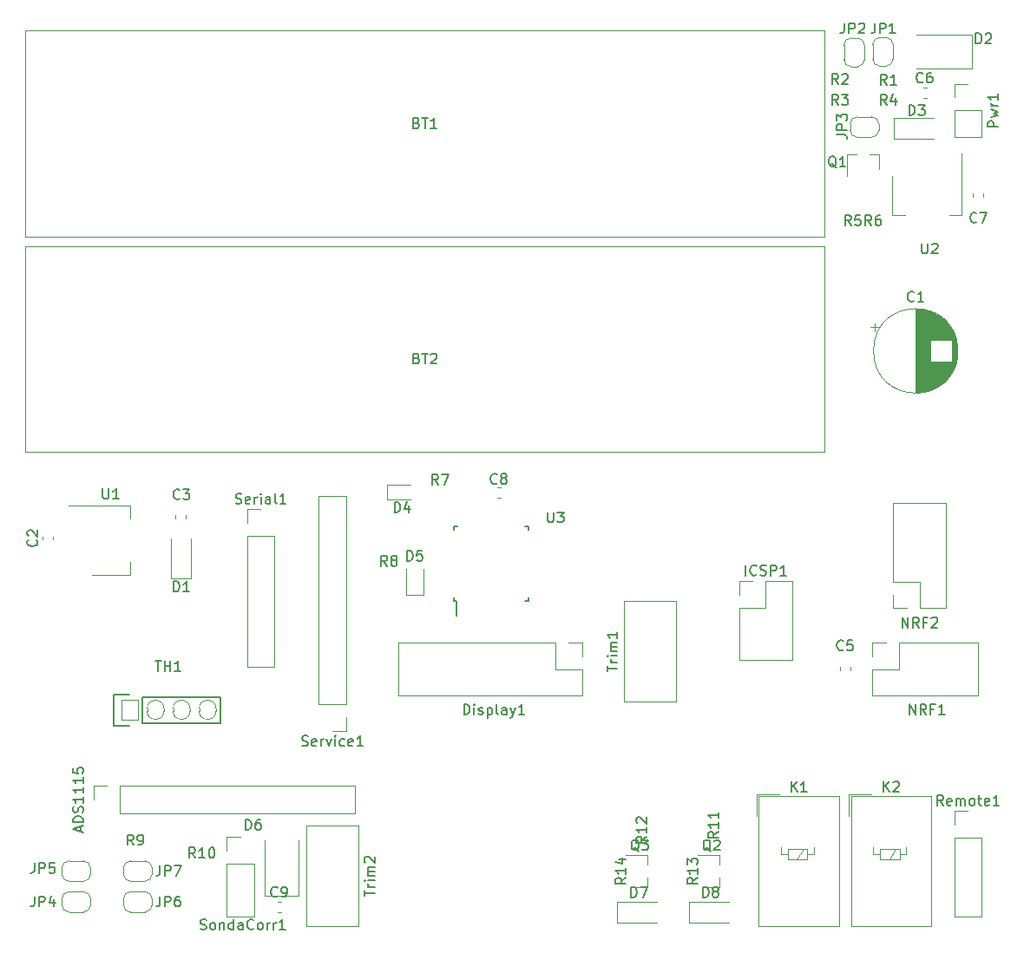
<source format=gbr>
G04 #@! TF.GenerationSoftware,KiCad,Pcbnew,5.1.5-1.fc30*
G04 #@! TF.CreationDate,2020-10-13T00:09:32+02:00*
G04 #@! TF.ProjectId,BeaconTemperature2,42656163-6f6e-4546-956d-706572617475,rev?*
G04 #@! TF.SameCoordinates,Original*
G04 #@! TF.FileFunction,Legend,Top*
G04 #@! TF.FilePolarity,Positive*
%FSLAX46Y46*%
G04 Gerber Fmt 4.6, Leading zero omitted, Abs format (unit mm)*
G04 Created by KiCad (PCBNEW 5.1.5-1.fc30) date 2020-10-13 00:09:32*
%MOMM*%
%LPD*%
G04 APERTURE LIST*
%ADD10C,0.120000*%
%ADD11C,0.150000*%
%ADD12C,0.100000*%
G04 APERTURE END LIST*
D10*
X52624721Y-109010000D02*
X52950279Y-109010000D01*
X52624721Y-107990000D02*
X52950279Y-107990000D01*
X34670000Y-98000000D02*
X34670000Y-96670000D01*
X34670000Y-96670000D02*
X36000000Y-96670000D01*
X37270000Y-96670000D02*
X60190000Y-96670000D01*
X60190000Y-99330000D02*
X60190000Y-96670000D01*
X37270000Y-99330000D02*
X60190000Y-99330000D01*
X37270000Y-99330000D02*
X37270000Y-96670000D01*
X63302500Y-68735000D02*
X65587500Y-68735000D01*
X63302500Y-67265000D02*
X63302500Y-68735000D01*
X65587500Y-67265000D02*
X63302500Y-67265000D01*
X86470000Y-78655000D02*
X91540000Y-78655000D01*
X86470000Y-88425000D02*
X91540000Y-88425000D01*
X91540000Y-88425000D02*
X91540000Y-78655000D01*
X86470000Y-88425000D02*
X86470000Y-78655000D01*
X59330000Y-91330000D02*
X58000000Y-91330000D01*
X59330000Y-90000000D02*
X59330000Y-91330000D01*
X59330000Y-88730000D02*
X56670000Y-88730000D01*
X56670000Y-88730000D02*
X56670000Y-68350000D01*
X59330000Y-88730000D02*
X59330000Y-68350000D01*
X59330000Y-68350000D02*
X56670000Y-68350000D01*
X114000000Y-79330000D02*
X112670000Y-79330000D01*
X112670000Y-79330000D02*
X112670000Y-78000000D01*
X115270000Y-79330000D02*
X115270000Y-76730000D01*
X115270000Y-76730000D02*
X112670000Y-76730000D01*
X112670000Y-76730000D02*
X112670000Y-69050000D01*
X117870000Y-69050000D02*
X112670000Y-69050000D01*
X117870000Y-79330000D02*
X117870000Y-69050000D01*
X117870000Y-79330000D02*
X115270000Y-79330000D01*
X28000000Y-43950000D02*
X106000000Y-43950000D01*
X106000000Y-43950000D02*
X106000000Y-64050000D01*
X106000000Y-64050000D02*
X28000000Y-64050000D01*
X28000000Y-64050000D02*
X28000000Y-43950000D01*
X112700000Y-24300000D02*
X112700000Y-25700000D01*
X112000000Y-26400000D02*
X111400000Y-26400000D01*
X110700000Y-25700000D02*
X110700000Y-24300000D01*
X111400000Y-23600000D02*
X112000000Y-23600000D01*
X112000000Y-23600000D02*
G75*
G02X112700000Y-24300000I0J-700000D01*
G01*
X110700000Y-24300000D02*
G75*
G02X111400000Y-23600000I700000J0D01*
G01*
X111400000Y-26400000D02*
G75*
G02X110700000Y-25700000I0J700000D01*
G01*
X112700000Y-25700000D02*
G75*
G02X112000000Y-26400000I-700000J0D01*
G01*
X118670000Y-28130000D02*
X120000000Y-28130000D01*
X118670000Y-29460000D02*
X118670000Y-28130000D01*
X118670000Y-30730000D02*
X121330000Y-30730000D01*
X121330000Y-30730000D02*
X121330000Y-33330000D01*
X118670000Y-30730000D02*
X118670000Y-33330000D01*
X118670000Y-33330000D02*
X121330000Y-33330000D01*
X110890302Y-51485000D02*
X110890302Y-52285000D01*
X110490302Y-51885000D02*
X111290302Y-51885000D01*
X118981000Y-53667000D02*
X118981000Y-54733000D01*
X118941000Y-53432000D02*
X118941000Y-54968000D01*
X118901000Y-53252000D02*
X118901000Y-55148000D01*
X118861000Y-53102000D02*
X118861000Y-55298000D01*
X118821000Y-52971000D02*
X118821000Y-55429000D01*
X118781000Y-52854000D02*
X118781000Y-55546000D01*
X118741000Y-52747000D02*
X118741000Y-55653000D01*
X118701000Y-52648000D02*
X118701000Y-55752000D01*
X118661000Y-52555000D02*
X118661000Y-55845000D01*
X118621000Y-52469000D02*
X118621000Y-55931000D01*
X118581000Y-52387000D02*
X118581000Y-56013000D01*
X118541000Y-52310000D02*
X118541000Y-56090000D01*
X118501000Y-52236000D02*
X118501000Y-56164000D01*
X118461000Y-52166000D02*
X118461000Y-56234000D01*
X118421000Y-55240000D02*
X118421000Y-56302000D01*
X118421000Y-52098000D02*
X118421000Y-53160000D01*
X118381000Y-55240000D02*
X118381000Y-56366000D01*
X118381000Y-52034000D02*
X118381000Y-53160000D01*
X118341000Y-55240000D02*
X118341000Y-56428000D01*
X118341000Y-51972000D02*
X118341000Y-53160000D01*
X118301000Y-55240000D02*
X118301000Y-56487000D01*
X118301000Y-51913000D02*
X118301000Y-53160000D01*
X118261000Y-55240000D02*
X118261000Y-56545000D01*
X118261000Y-51855000D02*
X118261000Y-53160000D01*
X118221000Y-55240000D02*
X118221000Y-56600000D01*
X118221000Y-51800000D02*
X118221000Y-53160000D01*
X118181000Y-55240000D02*
X118181000Y-56654000D01*
X118181000Y-51746000D02*
X118181000Y-53160000D01*
X118141000Y-55240000D02*
X118141000Y-56705000D01*
X118141000Y-51695000D02*
X118141000Y-53160000D01*
X118101000Y-55240000D02*
X118101000Y-56756000D01*
X118101000Y-51644000D02*
X118101000Y-53160000D01*
X118061000Y-55240000D02*
X118061000Y-56804000D01*
X118061000Y-51596000D02*
X118061000Y-53160000D01*
X118021000Y-55240000D02*
X118021000Y-56851000D01*
X118021000Y-51549000D02*
X118021000Y-53160000D01*
X117981000Y-55240000D02*
X117981000Y-56897000D01*
X117981000Y-51503000D02*
X117981000Y-53160000D01*
X117941000Y-55240000D02*
X117941000Y-56941000D01*
X117941000Y-51459000D02*
X117941000Y-53160000D01*
X117901000Y-55240000D02*
X117901000Y-56984000D01*
X117901000Y-51416000D02*
X117901000Y-53160000D01*
X117861000Y-55240000D02*
X117861000Y-57026000D01*
X117861000Y-51374000D02*
X117861000Y-53160000D01*
X117821000Y-55240000D02*
X117821000Y-57067000D01*
X117821000Y-51333000D02*
X117821000Y-53160000D01*
X117781000Y-55240000D02*
X117781000Y-57107000D01*
X117781000Y-51293000D02*
X117781000Y-53160000D01*
X117741000Y-55240000D02*
X117741000Y-57145000D01*
X117741000Y-51255000D02*
X117741000Y-53160000D01*
X117701000Y-55240000D02*
X117701000Y-57183000D01*
X117701000Y-51217000D02*
X117701000Y-53160000D01*
X117661000Y-55240000D02*
X117661000Y-57219000D01*
X117661000Y-51181000D02*
X117661000Y-53160000D01*
X117621000Y-55240000D02*
X117621000Y-57255000D01*
X117621000Y-51145000D02*
X117621000Y-53160000D01*
X117581000Y-55240000D02*
X117581000Y-57290000D01*
X117581000Y-51110000D02*
X117581000Y-53160000D01*
X117541000Y-55240000D02*
X117541000Y-57324000D01*
X117541000Y-51076000D02*
X117541000Y-53160000D01*
X117501000Y-55240000D02*
X117501000Y-57356000D01*
X117501000Y-51044000D02*
X117501000Y-53160000D01*
X117461000Y-55240000D02*
X117461000Y-57389000D01*
X117461000Y-51011000D02*
X117461000Y-53160000D01*
X117421000Y-55240000D02*
X117421000Y-57420000D01*
X117421000Y-50980000D02*
X117421000Y-53160000D01*
X117381000Y-55240000D02*
X117381000Y-57450000D01*
X117381000Y-50950000D02*
X117381000Y-53160000D01*
X117341000Y-55240000D02*
X117341000Y-57480000D01*
X117341000Y-50920000D02*
X117341000Y-53160000D01*
X117301000Y-55240000D02*
X117301000Y-57509000D01*
X117301000Y-50891000D02*
X117301000Y-53160000D01*
X117261000Y-55240000D02*
X117261000Y-57538000D01*
X117261000Y-50862000D02*
X117261000Y-53160000D01*
X117221000Y-55240000D02*
X117221000Y-57565000D01*
X117221000Y-50835000D02*
X117221000Y-53160000D01*
X117181000Y-55240000D02*
X117181000Y-57592000D01*
X117181000Y-50808000D02*
X117181000Y-53160000D01*
X117141000Y-55240000D02*
X117141000Y-57618000D01*
X117141000Y-50782000D02*
X117141000Y-53160000D01*
X117101000Y-55240000D02*
X117101000Y-57644000D01*
X117101000Y-50756000D02*
X117101000Y-53160000D01*
X117061000Y-55240000D02*
X117061000Y-57669000D01*
X117061000Y-50731000D02*
X117061000Y-53160000D01*
X117021000Y-55240000D02*
X117021000Y-57693000D01*
X117021000Y-50707000D02*
X117021000Y-53160000D01*
X116981000Y-55240000D02*
X116981000Y-57717000D01*
X116981000Y-50683000D02*
X116981000Y-53160000D01*
X116941000Y-55240000D02*
X116941000Y-57740000D01*
X116941000Y-50660000D02*
X116941000Y-53160000D01*
X116901000Y-55240000D02*
X116901000Y-57762000D01*
X116901000Y-50638000D02*
X116901000Y-53160000D01*
X116861000Y-55240000D02*
X116861000Y-57784000D01*
X116861000Y-50616000D02*
X116861000Y-53160000D01*
X116821000Y-55240000D02*
X116821000Y-57806000D01*
X116821000Y-50594000D02*
X116821000Y-53160000D01*
X116781000Y-55240000D02*
X116781000Y-57827000D01*
X116781000Y-50573000D02*
X116781000Y-53160000D01*
X116741000Y-55240000D02*
X116741000Y-57847000D01*
X116741000Y-50553000D02*
X116741000Y-53160000D01*
X116701000Y-55240000D02*
X116701000Y-57866000D01*
X116701000Y-50534000D02*
X116701000Y-53160000D01*
X116661000Y-55240000D02*
X116661000Y-57886000D01*
X116661000Y-50514000D02*
X116661000Y-53160000D01*
X116621000Y-55240000D02*
X116621000Y-57904000D01*
X116621000Y-50496000D02*
X116621000Y-53160000D01*
X116581000Y-55240000D02*
X116581000Y-57922000D01*
X116581000Y-50478000D02*
X116581000Y-53160000D01*
X116541000Y-55240000D02*
X116541000Y-57940000D01*
X116541000Y-50460000D02*
X116541000Y-53160000D01*
X116501000Y-55240000D02*
X116501000Y-57957000D01*
X116501000Y-50443000D02*
X116501000Y-53160000D01*
X116461000Y-55240000D02*
X116461000Y-57974000D01*
X116461000Y-50426000D02*
X116461000Y-53160000D01*
X116421000Y-55240000D02*
X116421000Y-57990000D01*
X116421000Y-50410000D02*
X116421000Y-53160000D01*
X116381000Y-55240000D02*
X116381000Y-58005000D01*
X116381000Y-50395000D02*
X116381000Y-53160000D01*
X116341000Y-50379000D02*
X116341000Y-58021000D01*
X116301000Y-50365000D02*
X116301000Y-58035000D01*
X116261000Y-50350000D02*
X116261000Y-58050000D01*
X116221000Y-50337000D02*
X116221000Y-58063000D01*
X116181000Y-50323000D02*
X116181000Y-58077000D01*
X116141000Y-50311000D02*
X116141000Y-58089000D01*
X116101000Y-50298000D02*
X116101000Y-58102000D01*
X116061000Y-50286000D02*
X116061000Y-58114000D01*
X116021000Y-50275000D02*
X116021000Y-58125000D01*
X115981000Y-50264000D02*
X115981000Y-58136000D01*
X115941000Y-50253000D02*
X115941000Y-58147000D01*
X115901000Y-50243000D02*
X115901000Y-58157000D01*
X115861000Y-50233000D02*
X115861000Y-58167000D01*
X115821000Y-50224000D02*
X115821000Y-58176000D01*
X115781000Y-50215000D02*
X115781000Y-58185000D01*
X115741000Y-50206000D02*
X115741000Y-58194000D01*
X115701000Y-50198000D02*
X115701000Y-58202000D01*
X115661000Y-50190000D02*
X115661000Y-58210000D01*
X115621000Y-50183000D02*
X115621000Y-58217000D01*
X115580000Y-50176000D02*
X115580000Y-58224000D01*
X115540000Y-50170000D02*
X115540000Y-58230000D01*
X115500000Y-50163000D02*
X115500000Y-58237000D01*
X115460000Y-50158000D02*
X115460000Y-58242000D01*
X115420000Y-50152000D02*
X115420000Y-58248000D01*
X115380000Y-50148000D02*
X115380000Y-58252000D01*
X115340000Y-50143000D02*
X115340000Y-58257000D01*
X115300000Y-50139000D02*
X115300000Y-58261000D01*
X115260000Y-50135000D02*
X115260000Y-58265000D01*
X115220000Y-50132000D02*
X115220000Y-58268000D01*
X115180000Y-50129000D02*
X115180000Y-58271000D01*
X115140000Y-50126000D02*
X115140000Y-58274000D01*
X115100000Y-50124000D02*
X115100000Y-58276000D01*
X115060000Y-50123000D02*
X115060000Y-58277000D01*
X115020000Y-50121000D02*
X115020000Y-58279000D01*
X114980000Y-50120000D02*
X114980000Y-58280000D01*
X114940000Y-50120000D02*
X114940000Y-58280000D01*
X114900000Y-50120000D02*
X114900000Y-58280000D01*
X119020000Y-54200000D02*
G75*
G03X119020000Y-54200000I-4120000J0D01*
G01*
X119410000Y-34900000D02*
X119410000Y-40910000D01*
X112590000Y-37150000D02*
X112590000Y-40910000D01*
X119410000Y-40910000D02*
X118150000Y-40910000D01*
X112590000Y-40910000D02*
X113850000Y-40910000D01*
X113327000Y-102810000D02*
X113327000Y-103826000D01*
X111422000Y-103826000D02*
X113327000Y-103826000D01*
X111422000Y-102810000D02*
X111422000Y-103826000D01*
X113327000Y-102810000D02*
X111422000Y-102810000D01*
X113962000Y-103318000D02*
X113327000Y-103318000D01*
X113962000Y-102683000D02*
X113962000Y-103318000D01*
X110762000Y-103318000D02*
X111422000Y-103318000D01*
X110762000Y-102683000D02*
X110762000Y-103318000D01*
X112946000Y-102810000D02*
X112311000Y-103826000D01*
X108600000Y-97700000D02*
X116400000Y-97700000D01*
X116400000Y-97700000D02*
X116400000Y-110400000D01*
X116400000Y-110400000D02*
X108600000Y-110400000D01*
X108600000Y-110400000D02*
X108600000Y-97700000D01*
X108400000Y-99600000D02*
X108400000Y-97500000D01*
X108400000Y-97500000D02*
X110600000Y-97500000D01*
X104327000Y-102810000D02*
X104327000Y-103826000D01*
X102422000Y-103826000D02*
X104327000Y-103826000D01*
X102422000Y-102810000D02*
X102422000Y-103826000D01*
X104327000Y-102810000D02*
X102422000Y-102810000D01*
X104962000Y-103318000D02*
X104327000Y-103318000D01*
X104962000Y-102683000D02*
X104962000Y-103318000D01*
X101762000Y-103318000D02*
X102422000Y-103318000D01*
X101762000Y-102683000D02*
X101762000Y-103318000D01*
X103946000Y-102810000D02*
X103311000Y-103826000D01*
X99600000Y-97700000D02*
X107400000Y-97700000D01*
X107400000Y-97700000D02*
X107400000Y-110400000D01*
X107400000Y-110400000D02*
X99600000Y-110400000D01*
X99600000Y-110400000D02*
X99600000Y-97700000D01*
X99400000Y-99600000D02*
X99400000Y-97500000D01*
X99400000Y-97500000D02*
X101600000Y-97500000D01*
X118670000Y-99130000D02*
X120000000Y-99130000D01*
X118670000Y-100460000D02*
X118670000Y-99130000D01*
X118670000Y-101730000D02*
X121330000Y-101730000D01*
X121330000Y-101730000D02*
X121330000Y-109410000D01*
X118670000Y-101730000D02*
X118670000Y-109410000D01*
X118670000Y-109410000D02*
X121330000Y-109410000D01*
X88760000Y-106580000D02*
X87300000Y-106580000D01*
X88760000Y-103420000D02*
X86600000Y-103420000D01*
X88760000Y-103420000D02*
X88760000Y-104350000D01*
X88760000Y-106580000D02*
X88760000Y-105650000D01*
X95760000Y-106580000D02*
X94300000Y-106580000D01*
X95760000Y-103420000D02*
X93600000Y-103420000D01*
X95760000Y-103420000D02*
X95760000Y-104350000D01*
X95760000Y-106580000D02*
X95760000Y-105650000D01*
X92800000Y-108000000D02*
X96650000Y-108000000D01*
X92800000Y-110000000D02*
X96650000Y-110000000D01*
X92800000Y-108000000D02*
X92800000Y-110000000D01*
X85800000Y-108000000D02*
X89650000Y-108000000D01*
X85800000Y-110000000D02*
X89650000Y-110000000D01*
X85800000Y-108000000D02*
X85800000Y-110000000D01*
X60530000Y-110345000D02*
X55460000Y-110345000D01*
X60530000Y-100575000D02*
X55460000Y-100575000D01*
X55460000Y-100575000D02*
X55460000Y-110345000D01*
X60530000Y-100575000D02*
X60530000Y-110345000D01*
X47670000Y-101670000D02*
X49000000Y-101670000D01*
X47670000Y-103000000D02*
X47670000Y-101670000D01*
X47670000Y-104270000D02*
X50330000Y-104270000D01*
X50330000Y-104270000D02*
X50330000Y-109410000D01*
X47670000Y-104270000D02*
X47670000Y-109410000D01*
X47670000Y-109410000D02*
X50330000Y-109410000D01*
X49670000Y-69670000D02*
X51000000Y-69670000D01*
X49670000Y-71000000D02*
X49670000Y-69670000D01*
X49670000Y-72270000D02*
X52330000Y-72270000D01*
X52330000Y-72270000D02*
X52330000Y-85030000D01*
X49670000Y-72270000D02*
X49670000Y-85030000D01*
X49670000Y-85030000D02*
X52330000Y-85030000D01*
X38300000Y-104000000D02*
X39700000Y-104000000D01*
X40400000Y-104700000D02*
X40400000Y-105300000D01*
X39700000Y-106000000D02*
X38300000Y-106000000D01*
X37600000Y-105300000D02*
X37600000Y-104700000D01*
X37600000Y-104700000D02*
G75*
G02X38300000Y-104000000I700000J0D01*
G01*
X38300000Y-106000000D02*
G75*
G02X37600000Y-105300000I0J700000D01*
G01*
X40400000Y-105300000D02*
G75*
G02X39700000Y-106000000I-700000J0D01*
G01*
X39700000Y-104000000D02*
G75*
G02X40400000Y-104700000I0J-700000D01*
G01*
X38300000Y-107000000D02*
X39700000Y-107000000D01*
X40400000Y-107700000D02*
X40400000Y-108300000D01*
X39700000Y-109000000D02*
X38300000Y-109000000D01*
X37600000Y-108300000D02*
X37600000Y-107700000D01*
X37600000Y-107700000D02*
G75*
G02X38300000Y-107000000I700000J0D01*
G01*
X38300000Y-109000000D02*
G75*
G02X37600000Y-108300000I0J700000D01*
G01*
X40400000Y-108300000D02*
G75*
G02X39700000Y-109000000I-700000J0D01*
G01*
X39700000Y-107000000D02*
G75*
G02X40400000Y-107700000I0J-700000D01*
G01*
X32300000Y-104000000D02*
X33700000Y-104000000D01*
X34400000Y-104700000D02*
X34400000Y-105300000D01*
X33700000Y-106000000D02*
X32300000Y-106000000D01*
X31600000Y-105300000D02*
X31600000Y-104700000D01*
X31600000Y-104700000D02*
G75*
G02X32300000Y-104000000I700000J0D01*
G01*
X32300000Y-106000000D02*
G75*
G02X31600000Y-105300000I0J700000D01*
G01*
X34400000Y-105300000D02*
G75*
G02X33700000Y-106000000I-700000J0D01*
G01*
X33700000Y-104000000D02*
G75*
G02X34400000Y-104700000I0J-700000D01*
G01*
X32300000Y-107000000D02*
X33700000Y-107000000D01*
X34400000Y-107700000D02*
X34400000Y-108300000D01*
X33700000Y-109000000D02*
X32300000Y-109000000D01*
X31600000Y-108300000D02*
X31600000Y-107700000D01*
X31600000Y-107700000D02*
G75*
G02X32300000Y-107000000I700000J0D01*
G01*
X32300000Y-109000000D02*
G75*
G02X31600000Y-108300000I0J700000D01*
G01*
X34400000Y-108300000D02*
G75*
G02X33700000Y-109000000I-700000J0D01*
G01*
X33700000Y-107000000D02*
G75*
G02X34400000Y-107700000I0J-700000D01*
G01*
X51350000Y-107400000D02*
X51350000Y-102000000D01*
X54650000Y-107400000D02*
X54650000Y-102000000D01*
X51350000Y-107400000D02*
X54650000Y-107400000D01*
D11*
X38190000Y-87726000D02*
X36666000Y-87726000D01*
X36666000Y-87726000D02*
X36666000Y-90774000D01*
X36666000Y-90774000D02*
X38190000Y-90774000D01*
X39460000Y-87980000D02*
X47080000Y-87980000D01*
X47080000Y-87980000D02*
X47080000Y-90520000D01*
X47080000Y-90520000D02*
X39460000Y-90520000D01*
X39460000Y-90520000D02*
X39460000Y-87980000D01*
D10*
X82330000Y-82670000D02*
X82330000Y-84000000D01*
X81000000Y-82670000D02*
X82330000Y-82670000D01*
X82330000Y-85270000D02*
X82330000Y-87870000D01*
X79730000Y-85270000D02*
X82330000Y-85270000D01*
X79730000Y-82670000D02*
X79730000Y-85270000D01*
X82330000Y-87870000D02*
X64430000Y-87870000D01*
X79730000Y-82670000D02*
X64430000Y-82670000D01*
X64430000Y-82670000D02*
X64430000Y-87870000D01*
X110670000Y-84000000D02*
X110670000Y-82670000D01*
X110670000Y-82670000D02*
X112000000Y-82670000D01*
X110670000Y-85270000D02*
X113270000Y-85270000D01*
X113270000Y-85270000D02*
X113270000Y-82670000D01*
X113270000Y-82670000D02*
X120950000Y-82670000D01*
X120950000Y-87870000D02*
X120950000Y-82670000D01*
X110670000Y-87870000D02*
X120950000Y-87870000D01*
X110670000Y-87870000D02*
X110670000Y-85270000D01*
X109200000Y-31350000D02*
X110600000Y-31350000D01*
X111300000Y-32050000D02*
X111300000Y-32650000D01*
X110600000Y-33350000D02*
X109200000Y-33350000D01*
X108500000Y-32650000D02*
X108500000Y-32050000D01*
X108500000Y-32050000D02*
G75*
G02X109200000Y-31350000I700000J0D01*
G01*
X109200000Y-33350000D02*
G75*
G02X108500000Y-32650000I0J700000D01*
G01*
X111300000Y-32650000D02*
G75*
G02X110600000Y-33350000I-700000J0D01*
G01*
X110600000Y-31350000D02*
G75*
G02X111300000Y-32050000I0J-700000D01*
G01*
X109900000Y-24350000D02*
X109900000Y-25750000D01*
X109200000Y-26450000D02*
X108600000Y-26450000D01*
X107900000Y-25750000D02*
X107900000Y-24350000D01*
X108600000Y-23650000D02*
X109200000Y-23650000D01*
X109200000Y-23650000D02*
G75*
G02X109900000Y-24350000I0J-700000D01*
G01*
X107900000Y-24350000D02*
G75*
G02X108600000Y-23650000I700000J0D01*
G01*
X108600000Y-26450000D02*
G75*
G02X107900000Y-25750000I0J700000D01*
G01*
X109900000Y-25750000D02*
G75*
G02X109200000Y-26450000I-700000J0D01*
G01*
X120490000Y-38837221D02*
X120490000Y-39162779D01*
X121510000Y-38837221D02*
X121510000Y-39162779D01*
X43710000Y-70575279D02*
X43710000Y-70249721D01*
X42690000Y-70575279D02*
X42690000Y-70249721D01*
X111330000Y-34990000D02*
X111330000Y-36450000D01*
X108170000Y-34990000D02*
X108170000Y-37150000D01*
X108170000Y-34990000D02*
X109100000Y-34990000D01*
X111330000Y-34990000D02*
X110400000Y-34990000D01*
X112800000Y-31500000D02*
X116650000Y-31500000D01*
X112800000Y-33500000D02*
X116650000Y-33500000D01*
X112800000Y-31500000D02*
X112800000Y-33500000D01*
X120400000Y-26650000D02*
X115000000Y-26650000D01*
X120400000Y-23350000D02*
X115000000Y-23350000D01*
X120400000Y-26650000D02*
X120400000Y-23350000D01*
X42200000Y-76400000D02*
X42200000Y-72550000D01*
X44200000Y-76400000D02*
X44200000Y-72550000D01*
X42200000Y-76400000D02*
X44200000Y-76400000D01*
X115624721Y-29510000D02*
X115950279Y-29510000D01*
X115624721Y-28490000D02*
X115950279Y-28490000D01*
X97670000Y-76670000D02*
X99000000Y-76670000D01*
X97670000Y-78000000D02*
X97670000Y-76670000D01*
X100270000Y-76670000D02*
X102870000Y-76670000D01*
X100270000Y-79270000D02*
X100270000Y-76670000D01*
X97670000Y-79270000D02*
X100270000Y-79270000D01*
X102870000Y-76670000D02*
X102870000Y-84410000D01*
X97670000Y-79270000D02*
X97670000Y-84410000D01*
X97670000Y-84410000D02*
X102870000Y-84410000D01*
D11*
X70100000Y-78625000D02*
X70100000Y-80050000D01*
X69875000Y-71375000D02*
X69875000Y-71700000D01*
X77125000Y-71375000D02*
X77125000Y-71700000D01*
X77125000Y-78625000D02*
X77125000Y-78300000D01*
X69875000Y-78625000D02*
X69875000Y-78300000D01*
X77125000Y-78625000D02*
X76800000Y-78625000D01*
X77125000Y-71375000D02*
X76800000Y-71375000D01*
X69875000Y-71375000D02*
X70200000Y-71375000D01*
X69875000Y-78625000D02*
X70100000Y-78625000D01*
D10*
X32250000Y-69290000D02*
X38260000Y-69290000D01*
X34500000Y-76110000D02*
X38260000Y-76110000D01*
X38260000Y-69290000D02*
X38260000Y-70550000D01*
X38260000Y-76110000D02*
X38260000Y-74850000D01*
X65150000Y-78000000D02*
X65150000Y-75450000D01*
X66850000Y-78000000D02*
X66850000Y-75450000D01*
X65150000Y-78000000D02*
X66850000Y-78000000D01*
X74375279Y-67490000D02*
X74049721Y-67490000D01*
X74375279Y-68510000D02*
X74049721Y-68510000D01*
X107490000Y-85049721D02*
X107490000Y-85375279D01*
X108510000Y-85049721D02*
X108510000Y-85375279D01*
X30710000Y-72650279D02*
X30710000Y-72324721D01*
X29690000Y-72650279D02*
X29690000Y-72324721D01*
X106000000Y-43050000D02*
X28000000Y-43050000D01*
X28000000Y-43050000D02*
X28000000Y-22950000D01*
X28000000Y-22950000D02*
X106000000Y-22950000D01*
X106000000Y-22950000D02*
X106000000Y-43050000D01*
D12*
X46623600Y-89402400D02*
X46623600Y-89097600D01*
X44996400Y-89402400D02*
X44996400Y-89097600D01*
X46623600Y-89097600D02*
G75*
G03X44996400Y-89097600I-813600J0D01*
G01*
X44996400Y-89402400D02*
G75*
G03X46623600Y-89402400I813600J0D01*
G01*
X44083600Y-89402400D02*
X44083600Y-89097600D01*
X42456400Y-89402400D02*
X42456400Y-89097600D01*
X44083600Y-89097600D02*
G75*
G03X42456400Y-89097600I-813600J0D01*
G01*
X42456400Y-89402400D02*
G75*
G03X44083600Y-89402400I813600J0D01*
G01*
X41543600Y-89402400D02*
X41543600Y-89097600D01*
X39916400Y-89402400D02*
X39916400Y-89097600D01*
X41543600Y-89097600D02*
G75*
G03X39916400Y-89097600I-813600J0D01*
G01*
X39916400Y-89402400D02*
G75*
G03X41543600Y-89402400I813600J0D01*
G01*
X37376400Y-88284000D02*
X37376400Y-90216000D01*
X39003600Y-90216000D01*
X39003600Y-88284000D01*
X37376400Y-88284000D01*
D11*
X52620833Y-107427142D02*
X52573214Y-107474761D01*
X52430357Y-107522380D01*
X52335119Y-107522380D01*
X52192261Y-107474761D01*
X52097023Y-107379523D01*
X52049404Y-107284285D01*
X52001785Y-107093809D01*
X52001785Y-106950952D01*
X52049404Y-106760476D01*
X52097023Y-106665238D01*
X52192261Y-106570000D01*
X52335119Y-106522380D01*
X52430357Y-106522380D01*
X52573214Y-106570000D01*
X52620833Y-106617619D01*
X53097023Y-107522380D02*
X53287500Y-107522380D01*
X53382738Y-107474761D01*
X53430357Y-107427142D01*
X53525595Y-107284285D01*
X53573214Y-107093809D01*
X53573214Y-106712857D01*
X53525595Y-106617619D01*
X53477976Y-106570000D01*
X53382738Y-106522380D01*
X53192261Y-106522380D01*
X53097023Y-106570000D01*
X53049404Y-106617619D01*
X53001785Y-106712857D01*
X53001785Y-106950952D01*
X53049404Y-107046190D01*
X53097023Y-107093809D01*
X53192261Y-107141428D01*
X53382738Y-107141428D01*
X53477976Y-107093809D01*
X53525595Y-107046190D01*
X53573214Y-106950952D01*
X33396666Y-101119047D02*
X33396666Y-100642857D01*
X33682380Y-101214285D02*
X32682380Y-100880952D01*
X33682380Y-100547619D01*
X33682380Y-100214285D02*
X32682380Y-100214285D01*
X32682380Y-99976190D01*
X32730000Y-99833333D01*
X32825238Y-99738095D01*
X32920476Y-99690476D01*
X33110952Y-99642857D01*
X33253809Y-99642857D01*
X33444285Y-99690476D01*
X33539523Y-99738095D01*
X33634761Y-99833333D01*
X33682380Y-99976190D01*
X33682380Y-100214285D01*
X33634761Y-99261904D02*
X33682380Y-99119047D01*
X33682380Y-98880952D01*
X33634761Y-98785714D01*
X33587142Y-98738095D01*
X33491904Y-98690476D01*
X33396666Y-98690476D01*
X33301428Y-98738095D01*
X33253809Y-98785714D01*
X33206190Y-98880952D01*
X33158571Y-99071428D01*
X33110952Y-99166666D01*
X33063333Y-99214285D01*
X32968095Y-99261904D01*
X32872857Y-99261904D01*
X32777619Y-99214285D01*
X32730000Y-99166666D01*
X32682380Y-99071428D01*
X32682380Y-98833333D01*
X32730000Y-98690476D01*
X33682380Y-97738095D02*
X33682380Y-98309523D01*
X33682380Y-98023809D02*
X32682380Y-98023809D01*
X32825238Y-98119047D01*
X32920476Y-98214285D01*
X32968095Y-98309523D01*
X33682380Y-96785714D02*
X33682380Y-97357142D01*
X33682380Y-97071428D02*
X32682380Y-97071428D01*
X32825238Y-97166666D01*
X32920476Y-97261904D01*
X32968095Y-97357142D01*
X33682380Y-95833333D02*
X33682380Y-96404761D01*
X33682380Y-96119047D02*
X32682380Y-96119047D01*
X32825238Y-96214285D01*
X32920476Y-96309523D01*
X32968095Y-96404761D01*
X32682380Y-94928571D02*
X32682380Y-95404761D01*
X33158571Y-95452380D01*
X33110952Y-95404761D01*
X33063333Y-95309523D01*
X33063333Y-95071428D01*
X33110952Y-94976190D01*
X33158571Y-94928571D01*
X33253809Y-94880952D01*
X33491904Y-94880952D01*
X33587142Y-94928571D01*
X33634761Y-94976190D01*
X33682380Y-95071428D01*
X33682380Y-95309523D01*
X33634761Y-95404761D01*
X33587142Y-95452380D01*
X68318333Y-67282380D02*
X67985000Y-66806190D01*
X67746904Y-67282380D02*
X67746904Y-66282380D01*
X68127857Y-66282380D01*
X68223095Y-66330000D01*
X68270714Y-66377619D01*
X68318333Y-66472857D01*
X68318333Y-66615714D01*
X68270714Y-66710952D01*
X68223095Y-66758571D01*
X68127857Y-66806190D01*
X67746904Y-66806190D01*
X68651666Y-66282380D02*
X69318333Y-66282380D01*
X68889761Y-67282380D01*
X64049404Y-69952380D02*
X64049404Y-68952380D01*
X64287500Y-68952380D01*
X64430357Y-69000000D01*
X64525595Y-69095238D01*
X64573214Y-69190476D01*
X64620833Y-69380952D01*
X64620833Y-69523809D01*
X64573214Y-69714285D01*
X64525595Y-69809523D01*
X64430357Y-69904761D01*
X64287500Y-69952380D01*
X64049404Y-69952380D01*
X65477976Y-69285714D02*
X65477976Y-69952380D01*
X65239880Y-68904761D02*
X65001785Y-69619047D01*
X65620833Y-69619047D01*
X84792380Y-85516190D02*
X84792380Y-84944761D01*
X85792380Y-85230476D02*
X84792380Y-85230476D01*
X85792380Y-84611428D02*
X85125714Y-84611428D01*
X85316190Y-84611428D02*
X85220952Y-84563809D01*
X85173333Y-84516190D01*
X85125714Y-84420952D01*
X85125714Y-84325714D01*
X85792380Y-83992380D02*
X85125714Y-83992380D01*
X84792380Y-83992380D02*
X84840000Y-84040000D01*
X84887619Y-83992380D01*
X84840000Y-83944761D01*
X84792380Y-83992380D01*
X84887619Y-83992380D01*
X85792380Y-83516190D02*
X85125714Y-83516190D01*
X85220952Y-83516190D02*
X85173333Y-83468571D01*
X85125714Y-83373333D01*
X85125714Y-83230476D01*
X85173333Y-83135238D01*
X85268571Y-83087619D01*
X85792380Y-83087619D01*
X85268571Y-83087619D02*
X85173333Y-83040000D01*
X85125714Y-82944761D01*
X85125714Y-82801904D01*
X85173333Y-82706666D01*
X85268571Y-82659047D01*
X85792380Y-82659047D01*
X85792380Y-81659047D02*
X85792380Y-82230476D01*
X85792380Y-81944761D02*
X84792380Y-81944761D01*
X84935238Y-82040000D01*
X85030476Y-82135238D01*
X85078095Y-82230476D01*
X55023809Y-92734761D02*
X55166666Y-92782380D01*
X55404761Y-92782380D01*
X55500000Y-92734761D01*
X55547619Y-92687142D01*
X55595238Y-92591904D01*
X55595238Y-92496666D01*
X55547619Y-92401428D01*
X55500000Y-92353809D01*
X55404761Y-92306190D01*
X55214285Y-92258571D01*
X55119047Y-92210952D01*
X55071428Y-92163333D01*
X55023809Y-92068095D01*
X55023809Y-91972857D01*
X55071428Y-91877619D01*
X55119047Y-91830000D01*
X55214285Y-91782380D01*
X55452380Y-91782380D01*
X55595238Y-91830000D01*
X56404761Y-92734761D02*
X56309523Y-92782380D01*
X56119047Y-92782380D01*
X56023809Y-92734761D01*
X55976190Y-92639523D01*
X55976190Y-92258571D01*
X56023809Y-92163333D01*
X56119047Y-92115714D01*
X56309523Y-92115714D01*
X56404761Y-92163333D01*
X56452380Y-92258571D01*
X56452380Y-92353809D01*
X55976190Y-92449047D01*
X56880952Y-92782380D02*
X56880952Y-92115714D01*
X56880952Y-92306190D02*
X56928571Y-92210952D01*
X56976190Y-92163333D01*
X57071428Y-92115714D01*
X57166666Y-92115714D01*
X57404761Y-92115714D02*
X57642857Y-92782380D01*
X57880952Y-92115714D01*
X58261904Y-92782380D02*
X58261904Y-92115714D01*
X58261904Y-91782380D02*
X58214285Y-91830000D01*
X58261904Y-91877619D01*
X58309523Y-91830000D01*
X58261904Y-91782380D01*
X58261904Y-91877619D01*
X59166666Y-92734761D02*
X59071428Y-92782380D01*
X58880952Y-92782380D01*
X58785714Y-92734761D01*
X58738095Y-92687142D01*
X58690476Y-92591904D01*
X58690476Y-92306190D01*
X58738095Y-92210952D01*
X58785714Y-92163333D01*
X58880952Y-92115714D01*
X59071428Y-92115714D01*
X59166666Y-92163333D01*
X59976190Y-92734761D02*
X59880952Y-92782380D01*
X59690476Y-92782380D01*
X59595238Y-92734761D01*
X59547619Y-92639523D01*
X59547619Y-92258571D01*
X59595238Y-92163333D01*
X59690476Y-92115714D01*
X59880952Y-92115714D01*
X59976190Y-92163333D01*
X60023809Y-92258571D01*
X60023809Y-92353809D01*
X59547619Y-92449047D01*
X60976190Y-92782380D02*
X60404761Y-92782380D01*
X60690476Y-92782380D02*
X60690476Y-91782380D01*
X60595238Y-91925238D01*
X60500000Y-92020476D01*
X60404761Y-92068095D01*
X44607142Y-103702380D02*
X44273809Y-103226190D01*
X44035714Y-103702380D02*
X44035714Y-102702380D01*
X44416666Y-102702380D01*
X44511904Y-102750000D01*
X44559523Y-102797619D01*
X44607142Y-102892857D01*
X44607142Y-103035714D01*
X44559523Y-103130952D01*
X44511904Y-103178571D01*
X44416666Y-103226190D01*
X44035714Y-103226190D01*
X45559523Y-103702380D02*
X44988095Y-103702380D01*
X45273809Y-103702380D02*
X45273809Y-102702380D01*
X45178571Y-102845238D01*
X45083333Y-102940476D01*
X44988095Y-102988095D01*
X46178571Y-102702380D02*
X46273809Y-102702380D01*
X46369047Y-102750000D01*
X46416666Y-102797619D01*
X46464285Y-102892857D01*
X46511904Y-103083333D01*
X46511904Y-103321428D01*
X46464285Y-103511904D01*
X46416666Y-103607142D01*
X46369047Y-103654761D01*
X46273809Y-103702380D01*
X46178571Y-103702380D01*
X46083333Y-103654761D01*
X46035714Y-103607142D01*
X45988095Y-103511904D01*
X45940476Y-103321428D01*
X45940476Y-103083333D01*
X45988095Y-102892857D01*
X46035714Y-102797619D01*
X46083333Y-102750000D01*
X46178571Y-102702380D01*
X38583333Y-102452380D02*
X38250000Y-101976190D01*
X38011904Y-102452380D02*
X38011904Y-101452380D01*
X38392857Y-101452380D01*
X38488095Y-101500000D01*
X38535714Y-101547619D01*
X38583333Y-101642857D01*
X38583333Y-101785714D01*
X38535714Y-101880952D01*
X38488095Y-101928571D01*
X38392857Y-101976190D01*
X38011904Y-101976190D01*
X39059523Y-102452380D02*
X39250000Y-102452380D01*
X39345238Y-102404761D01*
X39392857Y-102357142D01*
X39488095Y-102214285D01*
X39535714Y-102023809D01*
X39535714Y-101642857D01*
X39488095Y-101547619D01*
X39440476Y-101500000D01*
X39345238Y-101452380D01*
X39154761Y-101452380D01*
X39059523Y-101500000D01*
X39011904Y-101547619D01*
X38964285Y-101642857D01*
X38964285Y-101880952D01*
X39011904Y-101976190D01*
X39059523Y-102023809D01*
X39154761Y-102071428D01*
X39345238Y-102071428D01*
X39440476Y-102023809D01*
X39488095Y-101976190D01*
X39535714Y-101880952D01*
X113579523Y-81222380D02*
X113579523Y-80222380D01*
X114150952Y-81222380D01*
X114150952Y-80222380D01*
X115198571Y-81222380D02*
X114865238Y-80746190D01*
X114627142Y-81222380D02*
X114627142Y-80222380D01*
X115008095Y-80222380D01*
X115103333Y-80270000D01*
X115150952Y-80317619D01*
X115198571Y-80412857D01*
X115198571Y-80555714D01*
X115150952Y-80650952D01*
X115103333Y-80698571D01*
X115008095Y-80746190D01*
X114627142Y-80746190D01*
X115960476Y-80698571D02*
X115627142Y-80698571D01*
X115627142Y-81222380D02*
X115627142Y-80222380D01*
X116103333Y-80222380D01*
X116436666Y-80317619D02*
X116484285Y-80270000D01*
X116579523Y-80222380D01*
X116817619Y-80222380D01*
X116912857Y-80270000D01*
X116960476Y-80317619D01*
X117008095Y-80412857D01*
X117008095Y-80508095D01*
X116960476Y-80650952D01*
X116389047Y-81222380D01*
X117008095Y-81222380D01*
X66214285Y-54928571D02*
X66357142Y-54976190D01*
X66404761Y-55023809D01*
X66452380Y-55119047D01*
X66452380Y-55261904D01*
X66404761Y-55357142D01*
X66357142Y-55404761D01*
X66261904Y-55452380D01*
X65880952Y-55452380D01*
X65880952Y-54452380D01*
X66214285Y-54452380D01*
X66309523Y-54500000D01*
X66357142Y-54547619D01*
X66404761Y-54642857D01*
X66404761Y-54738095D01*
X66357142Y-54833333D01*
X66309523Y-54880952D01*
X66214285Y-54928571D01*
X65880952Y-54928571D01*
X66738095Y-54452380D02*
X67309523Y-54452380D01*
X67023809Y-55452380D02*
X67023809Y-54452380D01*
X67595238Y-54547619D02*
X67642857Y-54500000D01*
X67738095Y-54452380D01*
X67976190Y-54452380D01*
X68071428Y-54500000D01*
X68119047Y-54547619D01*
X68166666Y-54642857D01*
X68166666Y-54738095D01*
X68119047Y-54880952D01*
X67547619Y-55452380D01*
X68166666Y-55452380D01*
X110916666Y-22202380D02*
X110916666Y-22916666D01*
X110869047Y-23059523D01*
X110773809Y-23154761D01*
X110630952Y-23202380D01*
X110535714Y-23202380D01*
X111392857Y-23202380D02*
X111392857Y-22202380D01*
X111773809Y-22202380D01*
X111869047Y-22250000D01*
X111916666Y-22297619D01*
X111964285Y-22392857D01*
X111964285Y-22535714D01*
X111916666Y-22630952D01*
X111869047Y-22678571D01*
X111773809Y-22726190D01*
X111392857Y-22726190D01*
X112916666Y-23202380D02*
X112345238Y-23202380D01*
X112630952Y-23202380D02*
X112630952Y-22202380D01*
X112535714Y-22345238D01*
X112440476Y-22440476D01*
X112345238Y-22488095D01*
X122952380Y-32321428D02*
X121952380Y-32321428D01*
X121952380Y-31940476D01*
X122000000Y-31845238D01*
X122047619Y-31797619D01*
X122142857Y-31750000D01*
X122285714Y-31750000D01*
X122380952Y-31797619D01*
X122428571Y-31845238D01*
X122476190Y-31940476D01*
X122476190Y-32321428D01*
X122285714Y-31416666D02*
X122952380Y-31226190D01*
X122476190Y-31035714D01*
X122952380Y-30845238D01*
X122285714Y-30654761D01*
X122952380Y-30273809D02*
X122285714Y-30273809D01*
X122476190Y-30273809D02*
X122380952Y-30226190D01*
X122333333Y-30178571D01*
X122285714Y-30083333D01*
X122285714Y-29988095D01*
X122952380Y-29130952D02*
X122952380Y-29702380D01*
X122952380Y-29416666D02*
X121952380Y-29416666D01*
X122095238Y-29511904D01*
X122190476Y-29607142D01*
X122238095Y-29702380D01*
X114733333Y-49307142D02*
X114685714Y-49354761D01*
X114542857Y-49402380D01*
X114447619Y-49402380D01*
X114304761Y-49354761D01*
X114209523Y-49259523D01*
X114161904Y-49164285D01*
X114114285Y-48973809D01*
X114114285Y-48830952D01*
X114161904Y-48640476D01*
X114209523Y-48545238D01*
X114304761Y-48450000D01*
X114447619Y-48402380D01*
X114542857Y-48402380D01*
X114685714Y-48450000D01*
X114733333Y-48497619D01*
X115685714Y-49402380D02*
X115114285Y-49402380D01*
X115400000Y-49402380D02*
X115400000Y-48402380D01*
X115304761Y-48545238D01*
X115209523Y-48640476D01*
X115114285Y-48688095D01*
X115488095Y-43702380D02*
X115488095Y-44511904D01*
X115535714Y-44607142D01*
X115583333Y-44654761D01*
X115678571Y-44702380D01*
X115869047Y-44702380D01*
X115964285Y-44654761D01*
X116011904Y-44607142D01*
X116059523Y-44511904D01*
X116059523Y-43702380D01*
X116488095Y-43797619D02*
X116535714Y-43750000D01*
X116630952Y-43702380D01*
X116869047Y-43702380D01*
X116964285Y-43750000D01*
X117011904Y-43797619D01*
X117059523Y-43892857D01*
X117059523Y-43988095D01*
X117011904Y-44130952D01*
X116440476Y-44702380D01*
X117059523Y-44702380D01*
X111761904Y-97252380D02*
X111761904Y-96252380D01*
X112333333Y-97252380D02*
X111904761Y-96680952D01*
X112333333Y-96252380D02*
X111761904Y-96823809D01*
X112714285Y-96347619D02*
X112761904Y-96300000D01*
X112857142Y-96252380D01*
X113095238Y-96252380D01*
X113190476Y-96300000D01*
X113238095Y-96347619D01*
X113285714Y-96442857D01*
X113285714Y-96538095D01*
X113238095Y-96680952D01*
X112666666Y-97252380D01*
X113285714Y-97252380D01*
X102761904Y-97252380D02*
X102761904Y-96252380D01*
X103333333Y-97252380D02*
X102904761Y-96680952D01*
X103333333Y-96252380D02*
X102761904Y-96823809D01*
X104285714Y-97252380D02*
X103714285Y-97252380D01*
X104000000Y-97252380D02*
X104000000Y-96252380D01*
X103904761Y-96395238D01*
X103809523Y-96490476D01*
X103714285Y-96538095D01*
X117571428Y-98582380D02*
X117238095Y-98106190D01*
X117000000Y-98582380D02*
X117000000Y-97582380D01*
X117380952Y-97582380D01*
X117476190Y-97630000D01*
X117523809Y-97677619D01*
X117571428Y-97772857D01*
X117571428Y-97915714D01*
X117523809Y-98010952D01*
X117476190Y-98058571D01*
X117380952Y-98106190D01*
X117000000Y-98106190D01*
X118380952Y-98534761D02*
X118285714Y-98582380D01*
X118095238Y-98582380D01*
X118000000Y-98534761D01*
X117952380Y-98439523D01*
X117952380Y-98058571D01*
X118000000Y-97963333D01*
X118095238Y-97915714D01*
X118285714Y-97915714D01*
X118380952Y-97963333D01*
X118428571Y-98058571D01*
X118428571Y-98153809D01*
X117952380Y-98249047D01*
X118857142Y-98582380D02*
X118857142Y-97915714D01*
X118857142Y-98010952D02*
X118904761Y-97963333D01*
X119000000Y-97915714D01*
X119142857Y-97915714D01*
X119238095Y-97963333D01*
X119285714Y-98058571D01*
X119285714Y-98582380D01*
X119285714Y-98058571D02*
X119333333Y-97963333D01*
X119428571Y-97915714D01*
X119571428Y-97915714D01*
X119666666Y-97963333D01*
X119714285Y-98058571D01*
X119714285Y-98582380D01*
X120333333Y-98582380D02*
X120238095Y-98534761D01*
X120190476Y-98487142D01*
X120142857Y-98391904D01*
X120142857Y-98106190D01*
X120190476Y-98010952D01*
X120238095Y-97963333D01*
X120333333Y-97915714D01*
X120476190Y-97915714D01*
X120571428Y-97963333D01*
X120619047Y-98010952D01*
X120666666Y-98106190D01*
X120666666Y-98391904D01*
X120619047Y-98487142D01*
X120571428Y-98534761D01*
X120476190Y-98582380D01*
X120333333Y-98582380D01*
X120952380Y-97915714D02*
X121333333Y-97915714D01*
X121095238Y-97582380D02*
X121095238Y-98439523D01*
X121142857Y-98534761D01*
X121238095Y-98582380D01*
X121333333Y-98582380D01*
X122047619Y-98534761D02*
X121952380Y-98582380D01*
X121761904Y-98582380D01*
X121666666Y-98534761D01*
X121619047Y-98439523D01*
X121619047Y-98058571D01*
X121666666Y-97963333D01*
X121761904Y-97915714D01*
X121952380Y-97915714D01*
X122047619Y-97963333D01*
X122095238Y-98058571D01*
X122095238Y-98153809D01*
X121619047Y-98249047D01*
X123047619Y-98582380D02*
X122476190Y-98582380D01*
X122761904Y-98582380D02*
X122761904Y-97582380D01*
X122666666Y-97725238D01*
X122571428Y-97820476D01*
X122476190Y-97868095D01*
X86622380Y-105642857D02*
X86146190Y-105976190D01*
X86622380Y-106214285D02*
X85622380Y-106214285D01*
X85622380Y-105833333D01*
X85670000Y-105738095D01*
X85717619Y-105690476D01*
X85812857Y-105642857D01*
X85955714Y-105642857D01*
X86050952Y-105690476D01*
X86098571Y-105738095D01*
X86146190Y-105833333D01*
X86146190Y-106214285D01*
X86622380Y-104690476D02*
X86622380Y-105261904D01*
X86622380Y-104976190D02*
X85622380Y-104976190D01*
X85765238Y-105071428D01*
X85860476Y-105166666D01*
X85908095Y-105261904D01*
X85955714Y-103833333D02*
X86622380Y-103833333D01*
X85574761Y-104071428D02*
X86289047Y-104309523D01*
X86289047Y-103690476D01*
X93622380Y-105642857D02*
X93146190Y-105976190D01*
X93622380Y-106214285D02*
X92622380Y-106214285D01*
X92622380Y-105833333D01*
X92670000Y-105738095D01*
X92717619Y-105690476D01*
X92812857Y-105642857D01*
X92955714Y-105642857D01*
X93050952Y-105690476D01*
X93098571Y-105738095D01*
X93146190Y-105833333D01*
X93146190Y-106214285D01*
X93622380Y-104690476D02*
X93622380Y-105261904D01*
X93622380Y-104976190D02*
X92622380Y-104976190D01*
X92765238Y-105071428D01*
X92860476Y-105166666D01*
X92908095Y-105261904D01*
X92622380Y-104357142D02*
X92622380Y-103738095D01*
X93003333Y-104071428D01*
X93003333Y-103928571D01*
X93050952Y-103833333D01*
X93098571Y-103785714D01*
X93193809Y-103738095D01*
X93431904Y-103738095D01*
X93527142Y-103785714D01*
X93574761Y-103833333D01*
X93622380Y-103928571D01*
X93622380Y-104214285D01*
X93574761Y-104309523D01*
X93527142Y-104357142D01*
X88622380Y-101642857D02*
X88146190Y-101976190D01*
X88622380Y-102214285D02*
X87622380Y-102214285D01*
X87622380Y-101833333D01*
X87670000Y-101738095D01*
X87717619Y-101690476D01*
X87812857Y-101642857D01*
X87955714Y-101642857D01*
X88050952Y-101690476D01*
X88098571Y-101738095D01*
X88146190Y-101833333D01*
X88146190Y-102214285D01*
X88622380Y-100690476D02*
X88622380Y-101261904D01*
X88622380Y-100976190D02*
X87622380Y-100976190D01*
X87765238Y-101071428D01*
X87860476Y-101166666D01*
X87908095Y-101261904D01*
X87717619Y-100309523D02*
X87670000Y-100261904D01*
X87622380Y-100166666D01*
X87622380Y-99928571D01*
X87670000Y-99833333D01*
X87717619Y-99785714D01*
X87812857Y-99738095D01*
X87908095Y-99738095D01*
X88050952Y-99785714D01*
X88622380Y-100357142D01*
X88622380Y-99738095D01*
X95622380Y-101157857D02*
X95146190Y-101491190D01*
X95622380Y-101729285D02*
X94622380Y-101729285D01*
X94622380Y-101348333D01*
X94670000Y-101253095D01*
X94717619Y-101205476D01*
X94812857Y-101157857D01*
X94955714Y-101157857D01*
X95050952Y-101205476D01*
X95098571Y-101253095D01*
X95146190Y-101348333D01*
X95146190Y-101729285D01*
X95622380Y-100205476D02*
X95622380Y-100776904D01*
X95622380Y-100491190D02*
X94622380Y-100491190D01*
X94765238Y-100586428D01*
X94860476Y-100681666D01*
X94908095Y-100776904D01*
X95622380Y-99253095D02*
X95622380Y-99824523D01*
X95622380Y-99538809D02*
X94622380Y-99538809D01*
X94765238Y-99634047D01*
X94860476Y-99729285D01*
X94908095Y-99824523D01*
X87904761Y-103047619D02*
X87809523Y-103000000D01*
X87714285Y-102904761D01*
X87571428Y-102761904D01*
X87476190Y-102714285D01*
X87380952Y-102714285D01*
X87428571Y-102952380D02*
X87333333Y-102904761D01*
X87238095Y-102809523D01*
X87190476Y-102619047D01*
X87190476Y-102285714D01*
X87238095Y-102095238D01*
X87333333Y-102000000D01*
X87428571Y-101952380D01*
X87619047Y-101952380D01*
X87714285Y-102000000D01*
X87809523Y-102095238D01*
X87857142Y-102285714D01*
X87857142Y-102619047D01*
X87809523Y-102809523D01*
X87714285Y-102904761D01*
X87619047Y-102952380D01*
X87428571Y-102952380D01*
X88190476Y-101952380D02*
X88809523Y-101952380D01*
X88476190Y-102333333D01*
X88619047Y-102333333D01*
X88714285Y-102380952D01*
X88761904Y-102428571D01*
X88809523Y-102523809D01*
X88809523Y-102761904D01*
X88761904Y-102857142D01*
X88714285Y-102904761D01*
X88619047Y-102952380D01*
X88333333Y-102952380D01*
X88238095Y-102904761D01*
X88190476Y-102857142D01*
X94904761Y-103047619D02*
X94809523Y-103000000D01*
X94714285Y-102904761D01*
X94571428Y-102761904D01*
X94476190Y-102714285D01*
X94380952Y-102714285D01*
X94428571Y-102952380D02*
X94333333Y-102904761D01*
X94238095Y-102809523D01*
X94190476Y-102619047D01*
X94190476Y-102285714D01*
X94238095Y-102095238D01*
X94333333Y-102000000D01*
X94428571Y-101952380D01*
X94619047Y-101952380D01*
X94714285Y-102000000D01*
X94809523Y-102095238D01*
X94857142Y-102285714D01*
X94857142Y-102619047D01*
X94809523Y-102809523D01*
X94714285Y-102904761D01*
X94619047Y-102952380D01*
X94428571Y-102952380D01*
X95238095Y-102047619D02*
X95285714Y-102000000D01*
X95380952Y-101952380D01*
X95619047Y-101952380D01*
X95714285Y-102000000D01*
X95761904Y-102047619D01*
X95809523Y-102142857D01*
X95809523Y-102238095D01*
X95761904Y-102380952D01*
X95190476Y-102952380D01*
X95809523Y-102952380D01*
X94134904Y-107547380D02*
X94134904Y-106547380D01*
X94373000Y-106547380D01*
X94515857Y-106595000D01*
X94611095Y-106690238D01*
X94658714Y-106785476D01*
X94706333Y-106975952D01*
X94706333Y-107118809D01*
X94658714Y-107309285D01*
X94611095Y-107404523D01*
X94515857Y-107499761D01*
X94373000Y-107547380D01*
X94134904Y-107547380D01*
X95277761Y-106975952D02*
X95182523Y-106928333D01*
X95134904Y-106880714D01*
X95087285Y-106785476D01*
X95087285Y-106737857D01*
X95134904Y-106642619D01*
X95182523Y-106595000D01*
X95277761Y-106547380D01*
X95468238Y-106547380D01*
X95563476Y-106595000D01*
X95611095Y-106642619D01*
X95658714Y-106737857D01*
X95658714Y-106785476D01*
X95611095Y-106880714D01*
X95563476Y-106928333D01*
X95468238Y-106975952D01*
X95277761Y-106975952D01*
X95182523Y-107023571D01*
X95134904Y-107071190D01*
X95087285Y-107166428D01*
X95087285Y-107356904D01*
X95134904Y-107452142D01*
X95182523Y-107499761D01*
X95277761Y-107547380D01*
X95468238Y-107547380D01*
X95563476Y-107499761D01*
X95611095Y-107452142D01*
X95658714Y-107356904D01*
X95658714Y-107166428D01*
X95611095Y-107071190D01*
X95563476Y-107023571D01*
X95468238Y-106975952D01*
X87134904Y-107547380D02*
X87134904Y-106547380D01*
X87373000Y-106547380D01*
X87515857Y-106595000D01*
X87611095Y-106690238D01*
X87658714Y-106785476D01*
X87706333Y-106975952D01*
X87706333Y-107118809D01*
X87658714Y-107309285D01*
X87611095Y-107404523D01*
X87515857Y-107499761D01*
X87373000Y-107547380D01*
X87134904Y-107547380D01*
X88039666Y-106547380D02*
X88706333Y-106547380D01*
X88277761Y-107547380D01*
X61112380Y-107436190D02*
X61112380Y-106864761D01*
X62112380Y-107150476D02*
X61112380Y-107150476D01*
X62112380Y-106531428D02*
X61445714Y-106531428D01*
X61636190Y-106531428D02*
X61540952Y-106483809D01*
X61493333Y-106436190D01*
X61445714Y-106340952D01*
X61445714Y-106245714D01*
X62112380Y-105912380D02*
X61445714Y-105912380D01*
X61112380Y-105912380D02*
X61160000Y-105960000D01*
X61207619Y-105912380D01*
X61160000Y-105864761D01*
X61112380Y-105912380D01*
X61207619Y-105912380D01*
X62112380Y-105436190D02*
X61445714Y-105436190D01*
X61540952Y-105436190D02*
X61493333Y-105388571D01*
X61445714Y-105293333D01*
X61445714Y-105150476D01*
X61493333Y-105055238D01*
X61588571Y-105007619D01*
X62112380Y-105007619D01*
X61588571Y-105007619D02*
X61493333Y-104960000D01*
X61445714Y-104864761D01*
X61445714Y-104721904D01*
X61493333Y-104626666D01*
X61588571Y-104579047D01*
X62112380Y-104579047D01*
X61207619Y-104150476D02*
X61160000Y-104102857D01*
X61112380Y-104007619D01*
X61112380Y-103769523D01*
X61160000Y-103674285D01*
X61207619Y-103626666D01*
X61302857Y-103579047D01*
X61398095Y-103579047D01*
X61540952Y-103626666D01*
X62112380Y-104198095D01*
X62112380Y-103579047D01*
X45107142Y-110654761D02*
X45250000Y-110702380D01*
X45488095Y-110702380D01*
X45583333Y-110654761D01*
X45630952Y-110607142D01*
X45678571Y-110511904D01*
X45678571Y-110416666D01*
X45630952Y-110321428D01*
X45583333Y-110273809D01*
X45488095Y-110226190D01*
X45297619Y-110178571D01*
X45202380Y-110130952D01*
X45154761Y-110083333D01*
X45107142Y-109988095D01*
X45107142Y-109892857D01*
X45154761Y-109797619D01*
X45202380Y-109750000D01*
X45297619Y-109702380D01*
X45535714Y-109702380D01*
X45678571Y-109750000D01*
X46250000Y-110702380D02*
X46154761Y-110654761D01*
X46107142Y-110607142D01*
X46059523Y-110511904D01*
X46059523Y-110226190D01*
X46107142Y-110130952D01*
X46154761Y-110083333D01*
X46250000Y-110035714D01*
X46392857Y-110035714D01*
X46488095Y-110083333D01*
X46535714Y-110130952D01*
X46583333Y-110226190D01*
X46583333Y-110511904D01*
X46535714Y-110607142D01*
X46488095Y-110654761D01*
X46392857Y-110702380D01*
X46250000Y-110702380D01*
X47011904Y-110035714D02*
X47011904Y-110702380D01*
X47011904Y-110130952D02*
X47059523Y-110083333D01*
X47154761Y-110035714D01*
X47297619Y-110035714D01*
X47392857Y-110083333D01*
X47440476Y-110178571D01*
X47440476Y-110702380D01*
X48345238Y-110702380D02*
X48345238Y-109702380D01*
X48345238Y-110654761D02*
X48250000Y-110702380D01*
X48059523Y-110702380D01*
X47964285Y-110654761D01*
X47916666Y-110607142D01*
X47869047Y-110511904D01*
X47869047Y-110226190D01*
X47916666Y-110130952D01*
X47964285Y-110083333D01*
X48059523Y-110035714D01*
X48250000Y-110035714D01*
X48345238Y-110083333D01*
X49250000Y-110702380D02*
X49250000Y-110178571D01*
X49202380Y-110083333D01*
X49107142Y-110035714D01*
X48916666Y-110035714D01*
X48821428Y-110083333D01*
X49250000Y-110654761D02*
X49154761Y-110702380D01*
X48916666Y-110702380D01*
X48821428Y-110654761D01*
X48773809Y-110559523D01*
X48773809Y-110464285D01*
X48821428Y-110369047D01*
X48916666Y-110321428D01*
X49154761Y-110321428D01*
X49250000Y-110273809D01*
X50297619Y-110607142D02*
X50250000Y-110654761D01*
X50107142Y-110702380D01*
X50011904Y-110702380D01*
X49869047Y-110654761D01*
X49773809Y-110559523D01*
X49726190Y-110464285D01*
X49678571Y-110273809D01*
X49678571Y-110130952D01*
X49726190Y-109940476D01*
X49773809Y-109845238D01*
X49869047Y-109750000D01*
X50011904Y-109702380D01*
X50107142Y-109702380D01*
X50250000Y-109750000D01*
X50297619Y-109797619D01*
X50869047Y-110702380D02*
X50773809Y-110654761D01*
X50726190Y-110607142D01*
X50678571Y-110511904D01*
X50678571Y-110226190D01*
X50726190Y-110130952D01*
X50773809Y-110083333D01*
X50869047Y-110035714D01*
X51011904Y-110035714D01*
X51107142Y-110083333D01*
X51154761Y-110130952D01*
X51202380Y-110226190D01*
X51202380Y-110511904D01*
X51154761Y-110607142D01*
X51107142Y-110654761D01*
X51011904Y-110702380D01*
X50869047Y-110702380D01*
X51630952Y-110702380D02*
X51630952Y-110035714D01*
X51630952Y-110226190D02*
X51678571Y-110130952D01*
X51726190Y-110083333D01*
X51821428Y-110035714D01*
X51916666Y-110035714D01*
X52250000Y-110702380D02*
X52250000Y-110035714D01*
X52250000Y-110226190D02*
X52297619Y-110130952D01*
X52345238Y-110083333D01*
X52440476Y-110035714D01*
X52535714Y-110035714D01*
X53392857Y-110702380D02*
X52821428Y-110702380D01*
X53107142Y-110702380D02*
X53107142Y-109702380D01*
X53011904Y-109845238D01*
X52916666Y-109940476D01*
X52821428Y-109988095D01*
X48547619Y-69074761D02*
X48690476Y-69122380D01*
X48928571Y-69122380D01*
X49023809Y-69074761D01*
X49071428Y-69027142D01*
X49119047Y-68931904D01*
X49119047Y-68836666D01*
X49071428Y-68741428D01*
X49023809Y-68693809D01*
X48928571Y-68646190D01*
X48738095Y-68598571D01*
X48642857Y-68550952D01*
X48595238Y-68503333D01*
X48547619Y-68408095D01*
X48547619Y-68312857D01*
X48595238Y-68217619D01*
X48642857Y-68170000D01*
X48738095Y-68122380D01*
X48976190Y-68122380D01*
X49119047Y-68170000D01*
X49928571Y-69074761D02*
X49833333Y-69122380D01*
X49642857Y-69122380D01*
X49547619Y-69074761D01*
X49500000Y-68979523D01*
X49500000Y-68598571D01*
X49547619Y-68503333D01*
X49642857Y-68455714D01*
X49833333Y-68455714D01*
X49928571Y-68503333D01*
X49976190Y-68598571D01*
X49976190Y-68693809D01*
X49500000Y-68789047D01*
X50404761Y-69122380D02*
X50404761Y-68455714D01*
X50404761Y-68646190D02*
X50452380Y-68550952D01*
X50500000Y-68503333D01*
X50595238Y-68455714D01*
X50690476Y-68455714D01*
X51023809Y-69122380D02*
X51023809Y-68455714D01*
X51023809Y-68122380D02*
X50976190Y-68170000D01*
X51023809Y-68217619D01*
X51071428Y-68170000D01*
X51023809Y-68122380D01*
X51023809Y-68217619D01*
X51928571Y-69122380D02*
X51928571Y-68598571D01*
X51880952Y-68503333D01*
X51785714Y-68455714D01*
X51595238Y-68455714D01*
X51500000Y-68503333D01*
X51928571Y-69074761D02*
X51833333Y-69122380D01*
X51595238Y-69122380D01*
X51500000Y-69074761D01*
X51452380Y-68979523D01*
X51452380Y-68884285D01*
X51500000Y-68789047D01*
X51595238Y-68741428D01*
X51833333Y-68741428D01*
X51928571Y-68693809D01*
X52547619Y-69122380D02*
X52452380Y-69074761D01*
X52404761Y-68979523D01*
X52404761Y-68122380D01*
X53452380Y-69122380D02*
X52880952Y-69122380D01*
X53166666Y-69122380D02*
X53166666Y-68122380D01*
X53071428Y-68265238D01*
X52976190Y-68360476D01*
X52880952Y-68408095D01*
X41166666Y-104452380D02*
X41166666Y-105166666D01*
X41119047Y-105309523D01*
X41023809Y-105404761D01*
X40880952Y-105452380D01*
X40785714Y-105452380D01*
X41642857Y-105452380D02*
X41642857Y-104452380D01*
X42023809Y-104452380D01*
X42119047Y-104500000D01*
X42166666Y-104547619D01*
X42214285Y-104642857D01*
X42214285Y-104785714D01*
X42166666Y-104880952D01*
X42119047Y-104928571D01*
X42023809Y-104976190D01*
X41642857Y-104976190D01*
X42547619Y-104452380D02*
X43214285Y-104452380D01*
X42785714Y-105452380D01*
X41166666Y-107452380D02*
X41166666Y-108166666D01*
X41119047Y-108309523D01*
X41023809Y-108404761D01*
X40880952Y-108452380D01*
X40785714Y-108452380D01*
X41642857Y-108452380D02*
X41642857Y-107452380D01*
X42023809Y-107452380D01*
X42119047Y-107500000D01*
X42166666Y-107547619D01*
X42214285Y-107642857D01*
X42214285Y-107785714D01*
X42166666Y-107880952D01*
X42119047Y-107928571D01*
X42023809Y-107976190D01*
X41642857Y-107976190D01*
X43071428Y-107452380D02*
X42880952Y-107452380D01*
X42785714Y-107500000D01*
X42738095Y-107547619D01*
X42642857Y-107690476D01*
X42595238Y-107880952D01*
X42595238Y-108261904D01*
X42642857Y-108357142D01*
X42690476Y-108404761D01*
X42785714Y-108452380D01*
X42976190Y-108452380D01*
X43071428Y-108404761D01*
X43119047Y-108357142D01*
X43166666Y-108261904D01*
X43166666Y-108023809D01*
X43119047Y-107928571D01*
X43071428Y-107880952D01*
X42976190Y-107833333D01*
X42785714Y-107833333D01*
X42690476Y-107880952D01*
X42642857Y-107928571D01*
X42595238Y-108023809D01*
X28916666Y-104202380D02*
X28916666Y-104916666D01*
X28869047Y-105059523D01*
X28773809Y-105154761D01*
X28630952Y-105202380D01*
X28535714Y-105202380D01*
X29392857Y-105202380D02*
X29392857Y-104202380D01*
X29773809Y-104202380D01*
X29869047Y-104250000D01*
X29916666Y-104297619D01*
X29964285Y-104392857D01*
X29964285Y-104535714D01*
X29916666Y-104630952D01*
X29869047Y-104678571D01*
X29773809Y-104726190D01*
X29392857Y-104726190D01*
X30869047Y-104202380D02*
X30392857Y-104202380D01*
X30345238Y-104678571D01*
X30392857Y-104630952D01*
X30488095Y-104583333D01*
X30726190Y-104583333D01*
X30821428Y-104630952D01*
X30869047Y-104678571D01*
X30916666Y-104773809D01*
X30916666Y-105011904D01*
X30869047Y-105107142D01*
X30821428Y-105154761D01*
X30726190Y-105202380D01*
X30488095Y-105202380D01*
X30392857Y-105154761D01*
X30345238Y-105107142D01*
X28916666Y-107452380D02*
X28916666Y-108166666D01*
X28869047Y-108309523D01*
X28773809Y-108404761D01*
X28630952Y-108452380D01*
X28535714Y-108452380D01*
X29392857Y-108452380D02*
X29392857Y-107452380D01*
X29773809Y-107452380D01*
X29869047Y-107500000D01*
X29916666Y-107547619D01*
X29964285Y-107642857D01*
X29964285Y-107785714D01*
X29916666Y-107880952D01*
X29869047Y-107928571D01*
X29773809Y-107976190D01*
X29392857Y-107976190D01*
X30821428Y-107785714D02*
X30821428Y-108452380D01*
X30583333Y-107404761D02*
X30345238Y-108119047D01*
X30964285Y-108119047D01*
X49511904Y-100952380D02*
X49511904Y-99952380D01*
X49750000Y-99952380D01*
X49892857Y-100000000D01*
X49988095Y-100095238D01*
X50035714Y-100190476D01*
X50083333Y-100380952D01*
X50083333Y-100523809D01*
X50035714Y-100714285D01*
X49988095Y-100809523D01*
X49892857Y-100904761D01*
X49750000Y-100952380D01*
X49511904Y-100952380D01*
X50940476Y-99952380D02*
X50750000Y-99952380D01*
X50654761Y-100000000D01*
X50607142Y-100047619D01*
X50511904Y-100190476D01*
X50464285Y-100380952D01*
X50464285Y-100761904D01*
X50511904Y-100857142D01*
X50559523Y-100904761D01*
X50654761Y-100952380D01*
X50845238Y-100952380D01*
X50940476Y-100904761D01*
X50988095Y-100857142D01*
X51035714Y-100761904D01*
X51035714Y-100523809D01*
X50988095Y-100428571D01*
X50940476Y-100380952D01*
X50845238Y-100333333D01*
X50654761Y-100333333D01*
X50559523Y-100380952D01*
X50511904Y-100428571D01*
X50464285Y-100523809D01*
X40714285Y-84452380D02*
X41285714Y-84452380D01*
X41000000Y-85452380D02*
X41000000Y-84452380D01*
X41619047Y-85452380D02*
X41619047Y-84452380D01*
X41619047Y-84928571D02*
X42190476Y-84928571D01*
X42190476Y-85452380D02*
X42190476Y-84452380D01*
X43190476Y-85452380D02*
X42619047Y-85452380D01*
X42904761Y-85452380D02*
X42904761Y-84452380D01*
X42809523Y-84595238D01*
X42714285Y-84690476D01*
X42619047Y-84738095D01*
X70821428Y-89702380D02*
X70821428Y-88702380D01*
X71059523Y-88702380D01*
X71202380Y-88750000D01*
X71297619Y-88845238D01*
X71345238Y-88940476D01*
X71392857Y-89130952D01*
X71392857Y-89273809D01*
X71345238Y-89464285D01*
X71297619Y-89559523D01*
X71202380Y-89654761D01*
X71059523Y-89702380D01*
X70821428Y-89702380D01*
X71821428Y-89702380D02*
X71821428Y-89035714D01*
X71821428Y-88702380D02*
X71773809Y-88750000D01*
X71821428Y-88797619D01*
X71869047Y-88750000D01*
X71821428Y-88702380D01*
X71821428Y-88797619D01*
X72250000Y-89654761D02*
X72345238Y-89702380D01*
X72535714Y-89702380D01*
X72630952Y-89654761D01*
X72678571Y-89559523D01*
X72678571Y-89511904D01*
X72630952Y-89416666D01*
X72535714Y-89369047D01*
X72392857Y-89369047D01*
X72297619Y-89321428D01*
X72250000Y-89226190D01*
X72250000Y-89178571D01*
X72297619Y-89083333D01*
X72392857Y-89035714D01*
X72535714Y-89035714D01*
X72630952Y-89083333D01*
X73107142Y-89035714D02*
X73107142Y-90035714D01*
X73107142Y-89083333D02*
X73202380Y-89035714D01*
X73392857Y-89035714D01*
X73488095Y-89083333D01*
X73535714Y-89130952D01*
X73583333Y-89226190D01*
X73583333Y-89511904D01*
X73535714Y-89607142D01*
X73488095Y-89654761D01*
X73392857Y-89702380D01*
X73202380Y-89702380D01*
X73107142Y-89654761D01*
X74154761Y-89702380D02*
X74059523Y-89654761D01*
X74011904Y-89559523D01*
X74011904Y-88702380D01*
X74964285Y-89702380D02*
X74964285Y-89178571D01*
X74916666Y-89083333D01*
X74821428Y-89035714D01*
X74630952Y-89035714D01*
X74535714Y-89083333D01*
X74964285Y-89654761D02*
X74869047Y-89702380D01*
X74630952Y-89702380D01*
X74535714Y-89654761D01*
X74488095Y-89559523D01*
X74488095Y-89464285D01*
X74535714Y-89369047D01*
X74630952Y-89321428D01*
X74869047Y-89321428D01*
X74964285Y-89273809D01*
X75345238Y-89035714D02*
X75583333Y-89702380D01*
X75821428Y-89035714D02*
X75583333Y-89702380D01*
X75488095Y-89940476D01*
X75440476Y-89988095D01*
X75345238Y-90035714D01*
X76726190Y-89702380D02*
X76154761Y-89702380D01*
X76440476Y-89702380D02*
X76440476Y-88702380D01*
X76345238Y-88845238D01*
X76250000Y-88940476D01*
X76154761Y-88988095D01*
X114309523Y-89702380D02*
X114309523Y-88702380D01*
X114880952Y-89702380D01*
X114880952Y-88702380D01*
X115928571Y-89702380D02*
X115595238Y-89226190D01*
X115357142Y-89702380D02*
X115357142Y-88702380D01*
X115738095Y-88702380D01*
X115833333Y-88750000D01*
X115880952Y-88797619D01*
X115928571Y-88892857D01*
X115928571Y-89035714D01*
X115880952Y-89130952D01*
X115833333Y-89178571D01*
X115738095Y-89226190D01*
X115357142Y-89226190D01*
X116690476Y-89178571D02*
X116357142Y-89178571D01*
X116357142Y-89702380D02*
X116357142Y-88702380D01*
X116833333Y-88702380D01*
X117738095Y-89702380D02*
X117166666Y-89702380D01*
X117452380Y-89702380D02*
X117452380Y-88702380D01*
X117357142Y-88845238D01*
X117261904Y-88940476D01*
X117166666Y-88988095D01*
X107202380Y-33083333D02*
X107916666Y-33083333D01*
X108059523Y-33130952D01*
X108154761Y-33226190D01*
X108202380Y-33369047D01*
X108202380Y-33464285D01*
X108202380Y-32607142D02*
X107202380Y-32607142D01*
X107202380Y-32226190D01*
X107250000Y-32130952D01*
X107297619Y-32083333D01*
X107392857Y-32035714D01*
X107535714Y-32035714D01*
X107630952Y-32083333D01*
X107678571Y-32130952D01*
X107726190Y-32226190D01*
X107726190Y-32607142D01*
X107202380Y-31702380D02*
X107202380Y-31083333D01*
X107583333Y-31416666D01*
X107583333Y-31273809D01*
X107630952Y-31178571D01*
X107678571Y-31130952D01*
X107773809Y-31083333D01*
X108011904Y-31083333D01*
X108107142Y-31130952D01*
X108154761Y-31178571D01*
X108202380Y-31273809D01*
X108202380Y-31559523D01*
X108154761Y-31654761D01*
X108107142Y-31702380D01*
X107916666Y-22202380D02*
X107916666Y-22916666D01*
X107869047Y-23059523D01*
X107773809Y-23154761D01*
X107630952Y-23202380D01*
X107535714Y-23202380D01*
X108392857Y-23202380D02*
X108392857Y-22202380D01*
X108773809Y-22202380D01*
X108869047Y-22250000D01*
X108916666Y-22297619D01*
X108964285Y-22392857D01*
X108964285Y-22535714D01*
X108916666Y-22630952D01*
X108869047Y-22678571D01*
X108773809Y-22726190D01*
X108392857Y-22726190D01*
X109345238Y-22297619D02*
X109392857Y-22250000D01*
X109488095Y-22202380D01*
X109726190Y-22202380D01*
X109821428Y-22250000D01*
X109869047Y-22297619D01*
X109916666Y-22392857D01*
X109916666Y-22488095D01*
X109869047Y-22630952D01*
X109297619Y-23202380D01*
X109916666Y-23202380D01*
X120833333Y-41607142D02*
X120785714Y-41654761D01*
X120642857Y-41702380D01*
X120547619Y-41702380D01*
X120404761Y-41654761D01*
X120309523Y-41559523D01*
X120261904Y-41464285D01*
X120214285Y-41273809D01*
X120214285Y-41130952D01*
X120261904Y-40940476D01*
X120309523Y-40845238D01*
X120404761Y-40750000D01*
X120547619Y-40702380D01*
X120642857Y-40702380D01*
X120785714Y-40750000D01*
X120833333Y-40797619D01*
X121166666Y-40702380D02*
X121833333Y-40702380D01*
X121404761Y-41702380D01*
X43083333Y-68607142D02*
X43035714Y-68654761D01*
X42892857Y-68702380D01*
X42797619Y-68702380D01*
X42654761Y-68654761D01*
X42559523Y-68559523D01*
X42511904Y-68464285D01*
X42464285Y-68273809D01*
X42464285Y-68130952D01*
X42511904Y-67940476D01*
X42559523Y-67845238D01*
X42654761Y-67750000D01*
X42797619Y-67702380D01*
X42892857Y-67702380D01*
X43035714Y-67750000D01*
X43083333Y-67797619D01*
X43416666Y-67702380D02*
X44035714Y-67702380D01*
X43702380Y-68083333D01*
X43845238Y-68083333D01*
X43940476Y-68130952D01*
X43988095Y-68178571D01*
X44035714Y-68273809D01*
X44035714Y-68511904D01*
X43988095Y-68607142D01*
X43940476Y-68654761D01*
X43845238Y-68702380D01*
X43559523Y-68702380D01*
X43464285Y-68654761D01*
X43416666Y-68607142D01*
X63333333Y-75202380D02*
X63000000Y-74726190D01*
X62761904Y-75202380D02*
X62761904Y-74202380D01*
X63142857Y-74202380D01*
X63238095Y-74250000D01*
X63285714Y-74297619D01*
X63333333Y-74392857D01*
X63333333Y-74535714D01*
X63285714Y-74630952D01*
X63238095Y-74678571D01*
X63142857Y-74726190D01*
X62761904Y-74726190D01*
X63904761Y-74630952D02*
X63809523Y-74583333D01*
X63761904Y-74535714D01*
X63714285Y-74440476D01*
X63714285Y-74392857D01*
X63761904Y-74297619D01*
X63809523Y-74250000D01*
X63904761Y-74202380D01*
X64095238Y-74202380D01*
X64190476Y-74250000D01*
X64238095Y-74297619D01*
X64285714Y-74392857D01*
X64285714Y-74440476D01*
X64238095Y-74535714D01*
X64190476Y-74583333D01*
X64095238Y-74630952D01*
X63904761Y-74630952D01*
X63809523Y-74678571D01*
X63761904Y-74726190D01*
X63714285Y-74821428D01*
X63714285Y-75011904D01*
X63761904Y-75107142D01*
X63809523Y-75154761D01*
X63904761Y-75202380D01*
X64095238Y-75202380D01*
X64190476Y-75154761D01*
X64238095Y-75107142D01*
X64285714Y-75011904D01*
X64285714Y-74821428D01*
X64238095Y-74726190D01*
X64190476Y-74678571D01*
X64095238Y-74630952D01*
X110583333Y-41952380D02*
X110250000Y-41476190D01*
X110011904Y-41952380D02*
X110011904Y-40952380D01*
X110392857Y-40952380D01*
X110488095Y-41000000D01*
X110535714Y-41047619D01*
X110583333Y-41142857D01*
X110583333Y-41285714D01*
X110535714Y-41380952D01*
X110488095Y-41428571D01*
X110392857Y-41476190D01*
X110011904Y-41476190D01*
X111440476Y-40952380D02*
X111250000Y-40952380D01*
X111154761Y-41000000D01*
X111107142Y-41047619D01*
X111011904Y-41190476D01*
X110964285Y-41380952D01*
X110964285Y-41761904D01*
X111011904Y-41857142D01*
X111059523Y-41904761D01*
X111154761Y-41952380D01*
X111345238Y-41952380D01*
X111440476Y-41904761D01*
X111488095Y-41857142D01*
X111535714Y-41761904D01*
X111535714Y-41523809D01*
X111488095Y-41428571D01*
X111440476Y-41380952D01*
X111345238Y-41333333D01*
X111154761Y-41333333D01*
X111059523Y-41380952D01*
X111011904Y-41428571D01*
X110964285Y-41523809D01*
X108583333Y-41952380D02*
X108250000Y-41476190D01*
X108011904Y-41952380D02*
X108011904Y-40952380D01*
X108392857Y-40952380D01*
X108488095Y-41000000D01*
X108535714Y-41047619D01*
X108583333Y-41142857D01*
X108583333Y-41285714D01*
X108535714Y-41380952D01*
X108488095Y-41428571D01*
X108392857Y-41476190D01*
X108011904Y-41476190D01*
X109488095Y-40952380D02*
X109011904Y-40952380D01*
X108964285Y-41428571D01*
X109011904Y-41380952D01*
X109107142Y-41333333D01*
X109345238Y-41333333D01*
X109440476Y-41380952D01*
X109488095Y-41428571D01*
X109535714Y-41523809D01*
X109535714Y-41761904D01*
X109488095Y-41857142D01*
X109440476Y-41904761D01*
X109345238Y-41952380D01*
X109107142Y-41952380D01*
X109011904Y-41904761D01*
X108964285Y-41857142D01*
X112083333Y-30167380D02*
X111750000Y-29691190D01*
X111511904Y-30167380D02*
X111511904Y-29167380D01*
X111892857Y-29167380D01*
X111988095Y-29215000D01*
X112035714Y-29262619D01*
X112083333Y-29357857D01*
X112083333Y-29500714D01*
X112035714Y-29595952D01*
X111988095Y-29643571D01*
X111892857Y-29691190D01*
X111511904Y-29691190D01*
X112940476Y-29500714D02*
X112940476Y-30167380D01*
X112702380Y-29119761D02*
X112464285Y-29834047D01*
X113083333Y-29834047D01*
X107333333Y-30167380D02*
X107000000Y-29691190D01*
X106761904Y-30167380D02*
X106761904Y-29167380D01*
X107142857Y-29167380D01*
X107238095Y-29215000D01*
X107285714Y-29262619D01*
X107333333Y-29357857D01*
X107333333Y-29500714D01*
X107285714Y-29595952D01*
X107238095Y-29643571D01*
X107142857Y-29691190D01*
X106761904Y-29691190D01*
X107666666Y-29167380D02*
X108285714Y-29167380D01*
X107952380Y-29548333D01*
X108095238Y-29548333D01*
X108190476Y-29595952D01*
X108238095Y-29643571D01*
X108285714Y-29738809D01*
X108285714Y-29976904D01*
X108238095Y-30072142D01*
X108190476Y-30119761D01*
X108095238Y-30167380D01*
X107809523Y-30167380D01*
X107714285Y-30119761D01*
X107666666Y-30072142D01*
X107333333Y-28167380D02*
X107000000Y-27691190D01*
X106761904Y-28167380D02*
X106761904Y-27167380D01*
X107142857Y-27167380D01*
X107238095Y-27215000D01*
X107285714Y-27262619D01*
X107333333Y-27357857D01*
X107333333Y-27500714D01*
X107285714Y-27595952D01*
X107238095Y-27643571D01*
X107142857Y-27691190D01*
X106761904Y-27691190D01*
X107714285Y-27262619D02*
X107761904Y-27215000D01*
X107857142Y-27167380D01*
X108095238Y-27167380D01*
X108190476Y-27215000D01*
X108238095Y-27262619D01*
X108285714Y-27357857D01*
X108285714Y-27453095D01*
X108238095Y-27595952D01*
X107666666Y-28167380D01*
X108285714Y-28167380D01*
X112083333Y-28202380D02*
X111750000Y-27726190D01*
X111511904Y-28202380D02*
X111511904Y-27202380D01*
X111892857Y-27202380D01*
X111988095Y-27250000D01*
X112035714Y-27297619D01*
X112083333Y-27392857D01*
X112083333Y-27535714D01*
X112035714Y-27630952D01*
X111988095Y-27678571D01*
X111892857Y-27726190D01*
X111511904Y-27726190D01*
X113035714Y-28202380D02*
X112464285Y-28202380D01*
X112750000Y-28202380D02*
X112750000Y-27202380D01*
X112654761Y-27345238D01*
X112559523Y-27440476D01*
X112464285Y-27488095D01*
X107154761Y-36297619D02*
X107059523Y-36250000D01*
X106964285Y-36154761D01*
X106821428Y-36011904D01*
X106726190Y-35964285D01*
X106630952Y-35964285D01*
X106678571Y-36202380D02*
X106583333Y-36154761D01*
X106488095Y-36059523D01*
X106440476Y-35869047D01*
X106440476Y-35535714D01*
X106488095Y-35345238D01*
X106583333Y-35250000D01*
X106678571Y-35202380D01*
X106869047Y-35202380D01*
X106964285Y-35250000D01*
X107059523Y-35345238D01*
X107107142Y-35535714D01*
X107107142Y-35869047D01*
X107059523Y-36059523D01*
X106964285Y-36154761D01*
X106869047Y-36202380D01*
X106678571Y-36202380D01*
X108059523Y-36202380D02*
X107488095Y-36202380D01*
X107773809Y-36202380D02*
X107773809Y-35202380D01*
X107678571Y-35345238D01*
X107583333Y-35440476D01*
X107488095Y-35488095D01*
X114261904Y-31202380D02*
X114261904Y-30202380D01*
X114500000Y-30202380D01*
X114642857Y-30250000D01*
X114738095Y-30345238D01*
X114785714Y-30440476D01*
X114833333Y-30630952D01*
X114833333Y-30773809D01*
X114785714Y-30964285D01*
X114738095Y-31059523D01*
X114642857Y-31154761D01*
X114500000Y-31202380D01*
X114261904Y-31202380D01*
X115166666Y-30202380D02*
X115785714Y-30202380D01*
X115452380Y-30583333D01*
X115595238Y-30583333D01*
X115690476Y-30630952D01*
X115738095Y-30678571D01*
X115785714Y-30773809D01*
X115785714Y-31011904D01*
X115738095Y-31107142D01*
X115690476Y-31154761D01*
X115595238Y-31202380D01*
X115309523Y-31202380D01*
X115214285Y-31154761D01*
X115166666Y-31107142D01*
X120761904Y-24202380D02*
X120761904Y-23202380D01*
X121000000Y-23202380D01*
X121142857Y-23250000D01*
X121238095Y-23345238D01*
X121285714Y-23440476D01*
X121333333Y-23630952D01*
X121333333Y-23773809D01*
X121285714Y-23964285D01*
X121238095Y-24059523D01*
X121142857Y-24154761D01*
X121000000Y-24202380D01*
X120761904Y-24202380D01*
X121714285Y-23297619D02*
X121761904Y-23250000D01*
X121857142Y-23202380D01*
X122095238Y-23202380D01*
X122190476Y-23250000D01*
X122238095Y-23297619D01*
X122285714Y-23392857D01*
X122285714Y-23488095D01*
X122238095Y-23630952D01*
X121666666Y-24202380D01*
X122285714Y-24202380D01*
X42511904Y-77702380D02*
X42511904Y-76702380D01*
X42750000Y-76702380D01*
X42892857Y-76750000D01*
X42988095Y-76845238D01*
X43035714Y-76940476D01*
X43083333Y-77130952D01*
X43083333Y-77273809D01*
X43035714Y-77464285D01*
X42988095Y-77559523D01*
X42892857Y-77654761D01*
X42750000Y-77702380D01*
X42511904Y-77702380D01*
X44035714Y-77702380D02*
X43464285Y-77702380D01*
X43750000Y-77702380D02*
X43750000Y-76702380D01*
X43654761Y-76845238D01*
X43559523Y-76940476D01*
X43464285Y-76988095D01*
X115583333Y-27927142D02*
X115535714Y-27974761D01*
X115392857Y-28022380D01*
X115297619Y-28022380D01*
X115154761Y-27974761D01*
X115059523Y-27879523D01*
X115011904Y-27784285D01*
X114964285Y-27593809D01*
X114964285Y-27450952D01*
X115011904Y-27260476D01*
X115059523Y-27165238D01*
X115154761Y-27070000D01*
X115297619Y-27022380D01*
X115392857Y-27022380D01*
X115535714Y-27070000D01*
X115583333Y-27117619D01*
X116440476Y-27022380D02*
X116250000Y-27022380D01*
X116154761Y-27070000D01*
X116107142Y-27117619D01*
X116011904Y-27260476D01*
X115964285Y-27450952D01*
X115964285Y-27831904D01*
X116011904Y-27927142D01*
X116059523Y-27974761D01*
X116154761Y-28022380D01*
X116345238Y-28022380D01*
X116440476Y-27974761D01*
X116488095Y-27927142D01*
X116535714Y-27831904D01*
X116535714Y-27593809D01*
X116488095Y-27498571D01*
X116440476Y-27450952D01*
X116345238Y-27403333D01*
X116154761Y-27403333D01*
X116059523Y-27450952D01*
X116011904Y-27498571D01*
X115964285Y-27593809D01*
X98317619Y-76122380D02*
X98317619Y-75122380D01*
X99365238Y-76027142D02*
X99317619Y-76074761D01*
X99174761Y-76122380D01*
X99079523Y-76122380D01*
X98936666Y-76074761D01*
X98841428Y-75979523D01*
X98793809Y-75884285D01*
X98746190Y-75693809D01*
X98746190Y-75550952D01*
X98793809Y-75360476D01*
X98841428Y-75265238D01*
X98936666Y-75170000D01*
X99079523Y-75122380D01*
X99174761Y-75122380D01*
X99317619Y-75170000D01*
X99365238Y-75217619D01*
X99746190Y-76074761D02*
X99889047Y-76122380D01*
X100127142Y-76122380D01*
X100222380Y-76074761D01*
X100270000Y-76027142D01*
X100317619Y-75931904D01*
X100317619Y-75836666D01*
X100270000Y-75741428D01*
X100222380Y-75693809D01*
X100127142Y-75646190D01*
X99936666Y-75598571D01*
X99841428Y-75550952D01*
X99793809Y-75503333D01*
X99746190Y-75408095D01*
X99746190Y-75312857D01*
X99793809Y-75217619D01*
X99841428Y-75170000D01*
X99936666Y-75122380D01*
X100174761Y-75122380D01*
X100317619Y-75170000D01*
X100746190Y-76122380D02*
X100746190Y-75122380D01*
X101127142Y-75122380D01*
X101222380Y-75170000D01*
X101270000Y-75217619D01*
X101317619Y-75312857D01*
X101317619Y-75455714D01*
X101270000Y-75550952D01*
X101222380Y-75598571D01*
X101127142Y-75646190D01*
X100746190Y-75646190D01*
X102270000Y-76122380D02*
X101698571Y-76122380D01*
X101984285Y-76122380D02*
X101984285Y-75122380D01*
X101889047Y-75265238D01*
X101793809Y-75360476D01*
X101698571Y-75408095D01*
X78988095Y-69952380D02*
X78988095Y-70761904D01*
X79035714Y-70857142D01*
X79083333Y-70904761D01*
X79178571Y-70952380D01*
X79369047Y-70952380D01*
X79464285Y-70904761D01*
X79511904Y-70857142D01*
X79559523Y-70761904D01*
X79559523Y-69952380D01*
X79940476Y-69952380D02*
X80559523Y-69952380D01*
X80226190Y-70333333D01*
X80369047Y-70333333D01*
X80464285Y-70380952D01*
X80511904Y-70428571D01*
X80559523Y-70523809D01*
X80559523Y-70761904D01*
X80511904Y-70857142D01*
X80464285Y-70904761D01*
X80369047Y-70952380D01*
X80083333Y-70952380D01*
X79988095Y-70904761D01*
X79940476Y-70857142D01*
X35588095Y-67652380D02*
X35588095Y-68461904D01*
X35635714Y-68557142D01*
X35683333Y-68604761D01*
X35778571Y-68652380D01*
X35969047Y-68652380D01*
X36064285Y-68604761D01*
X36111904Y-68557142D01*
X36159523Y-68461904D01*
X36159523Y-67652380D01*
X37159523Y-68652380D02*
X36588095Y-68652380D01*
X36873809Y-68652380D02*
X36873809Y-67652380D01*
X36778571Y-67795238D01*
X36683333Y-67890476D01*
X36588095Y-67938095D01*
X65261904Y-74702380D02*
X65261904Y-73702380D01*
X65500000Y-73702380D01*
X65642857Y-73750000D01*
X65738095Y-73845238D01*
X65785714Y-73940476D01*
X65833333Y-74130952D01*
X65833333Y-74273809D01*
X65785714Y-74464285D01*
X65738095Y-74559523D01*
X65642857Y-74654761D01*
X65500000Y-74702380D01*
X65261904Y-74702380D01*
X66738095Y-73702380D02*
X66261904Y-73702380D01*
X66214285Y-74178571D01*
X66261904Y-74130952D01*
X66357142Y-74083333D01*
X66595238Y-74083333D01*
X66690476Y-74130952D01*
X66738095Y-74178571D01*
X66785714Y-74273809D01*
X66785714Y-74511904D01*
X66738095Y-74607142D01*
X66690476Y-74654761D01*
X66595238Y-74702380D01*
X66357142Y-74702380D01*
X66261904Y-74654761D01*
X66214285Y-74607142D01*
X74045833Y-67107142D02*
X73998214Y-67154761D01*
X73855357Y-67202380D01*
X73760119Y-67202380D01*
X73617261Y-67154761D01*
X73522023Y-67059523D01*
X73474404Y-66964285D01*
X73426785Y-66773809D01*
X73426785Y-66630952D01*
X73474404Y-66440476D01*
X73522023Y-66345238D01*
X73617261Y-66250000D01*
X73760119Y-66202380D01*
X73855357Y-66202380D01*
X73998214Y-66250000D01*
X74045833Y-66297619D01*
X74617261Y-66630952D02*
X74522023Y-66583333D01*
X74474404Y-66535714D01*
X74426785Y-66440476D01*
X74426785Y-66392857D01*
X74474404Y-66297619D01*
X74522023Y-66250000D01*
X74617261Y-66202380D01*
X74807738Y-66202380D01*
X74902976Y-66250000D01*
X74950595Y-66297619D01*
X74998214Y-66392857D01*
X74998214Y-66440476D01*
X74950595Y-66535714D01*
X74902976Y-66583333D01*
X74807738Y-66630952D01*
X74617261Y-66630952D01*
X74522023Y-66678571D01*
X74474404Y-66726190D01*
X74426785Y-66821428D01*
X74426785Y-67011904D01*
X74474404Y-67107142D01*
X74522023Y-67154761D01*
X74617261Y-67202380D01*
X74807738Y-67202380D01*
X74902976Y-67154761D01*
X74950595Y-67107142D01*
X74998214Y-67011904D01*
X74998214Y-66821428D01*
X74950595Y-66726190D01*
X74902976Y-66678571D01*
X74807738Y-66630952D01*
X107833333Y-83357142D02*
X107785714Y-83404761D01*
X107642857Y-83452380D01*
X107547619Y-83452380D01*
X107404761Y-83404761D01*
X107309523Y-83309523D01*
X107261904Y-83214285D01*
X107214285Y-83023809D01*
X107214285Y-82880952D01*
X107261904Y-82690476D01*
X107309523Y-82595238D01*
X107404761Y-82500000D01*
X107547619Y-82452380D01*
X107642857Y-82452380D01*
X107785714Y-82500000D01*
X107833333Y-82547619D01*
X108738095Y-82452380D02*
X108261904Y-82452380D01*
X108214285Y-82928571D01*
X108261904Y-82880952D01*
X108357142Y-82833333D01*
X108595238Y-82833333D01*
X108690476Y-82880952D01*
X108738095Y-82928571D01*
X108785714Y-83023809D01*
X108785714Y-83261904D01*
X108738095Y-83357142D01*
X108690476Y-83404761D01*
X108595238Y-83452380D01*
X108357142Y-83452380D01*
X108261904Y-83404761D01*
X108214285Y-83357142D01*
X29127142Y-72654166D02*
X29174761Y-72701785D01*
X29222380Y-72844642D01*
X29222380Y-72939880D01*
X29174761Y-73082738D01*
X29079523Y-73177976D01*
X28984285Y-73225595D01*
X28793809Y-73273214D01*
X28650952Y-73273214D01*
X28460476Y-73225595D01*
X28365238Y-73177976D01*
X28270000Y-73082738D01*
X28222380Y-72939880D01*
X28222380Y-72844642D01*
X28270000Y-72701785D01*
X28317619Y-72654166D01*
X28317619Y-72273214D02*
X28270000Y-72225595D01*
X28222380Y-72130357D01*
X28222380Y-71892261D01*
X28270000Y-71797023D01*
X28317619Y-71749404D01*
X28412857Y-71701785D01*
X28508095Y-71701785D01*
X28650952Y-71749404D01*
X29222380Y-72320833D01*
X29222380Y-71701785D01*
X66214285Y-31928571D02*
X66357142Y-31976190D01*
X66404761Y-32023809D01*
X66452380Y-32119047D01*
X66452380Y-32261904D01*
X66404761Y-32357142D01*
X66357142Y-32404761D01*
X66261904Y-32452380D01*
X65880952Y-32452380D01*
X65880952Y-31452380D01*
X66214285Y-31452380D01*
X66309523Y-31500000D01*
X66357142Y-31547619D01*
X66404761Y-31642857D01*
X66404761Y-31738095D01*
X66357142Y-31833333D01*
X66309523Y-31880952D01*
X66214285Y-31928571D01*
X65880952Y-31928571D01*
X66738095Y-31452380D02*
X67309523Y-31452380D01*
X67023809Y-32452380D02*
X67023809Y-31452380D01*
X68166666Y-32452380D02*
X67595238Y-32452380D01*
X67880952Y-32452380D02*
X67880952Y-31452380D01*
X67785714Y-31595238D01*
X67690476Y-31690476D01*
X67595238Y-31738095D01*
M02*

</source>
